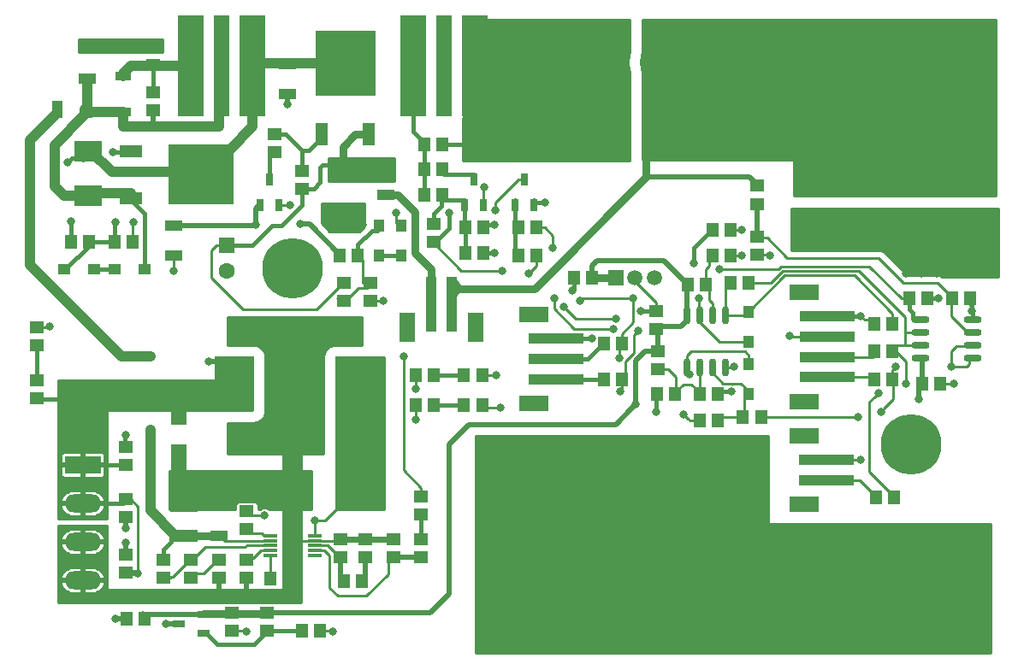
<source format=gbr>
%TF.GenerationSoftware,KiCad,Pcbnew,(5.1.4)-1*%
%TF.CreationDate,2021-05-17T23:16:03+08:00*%
%TF.ProjectId,power,706f7765-722e-46b6-9963-61645f706362,rev?*%
%TF.SameCoordinates,Original*%
%TF.FileFunction,Copper,L1,Top*%
%TF.FilePolarity,Positive*%
%FSLAX46Y46*%
G04 Gerber Fmt 4.6, Leading zero omitted, Abs format (unit mm)*
G04 Created by KiCad (PCBNEW (5.1.4)-1) date 2021-05-17 23:16:03*
%MOMM*%
%LPD*%
G04 APERTURE LIST*
%ADD10C,0.254000*%
%ADD11R,1.160000X1.470000*%
%ADD12R,1.500000X0.900000*%
%ADD13R,2.743000X2.159000*%
%ADD14R,1.800000X1.130000*%
%ADD15R,1.130000X1.800000*%
%ADD16R,1.600000X3.000000*%
%ADD17R,1.000000X5.500000*%
%ADD18R,3.810000X2.794000*%
%ADD19R,3.000000X1.600000*%
%ADD20R,5.500000X1.000000*%
%ADD21C,1.600000*%
%ADD22R,1.600000X1.600000*%
%ADD23R,1.250000X0.700000*%
%ADD24R,2.500000X10.000000*%
%ADD25R,1.600000X10.000000*%
%ADD26O,9.000000X6.000000*%
%ADD27R,1.500000X1.500000*%
%ADD28C,1.500000*%
%ADD29C,0.800000*%
%ADD30C,0.800000*%
%ADD31R,1.650000X2.380000*%
%ADD32R,1.450000X0.300000*%
%ADD33O,1.800000X0.700000*%
%ADD34O,0.700000X1.800000*%
%ADD35C,6.000000*%
%ADD36R,1.470000X1.160000*%
%ADD37R,0.700000X1.250000*%
%ADD38R,2.200000X1.200000*%
%ADD39R,6.499990X6.000000*%
%ADD40R,1.200000X2.200000*%
%ADD41R,6.000000X6.499990*%
%ADD42R,3.900000X5.400000*%
%ADD43O,3.600000X1.800000*%
%ADD44R,3.600000X1.800000*%
%ADD45R,11.000000X8.000000*%
%ADD46R,8.000000X11.000000*%
%ADD47R,1.000000X1.250000*%
%ADD48R,1.250000X1.000000*%
%ADD49R,2.794000X3.810000*%
%ADD50C,2.000000*%
%ADD51R,2.000000X2.000000*%
%ADD52R,1.600000X3.500000*%
%ADD53R,2.720000X1.160000*%
%ADD54C,0.381000*%
%ADD55C,0.508000*%
%ADD56C,0.762000*%
%ADD57C,0.228600*%
%ADD58C,1.016000*%
%ADD59C,0.350000*%
%ADD60O,6.000000X2.000000*%
G04 APERTURE END LIST*
D10*
X43500000Y-73000000D02*
X42250000Y-73000000D01*
D11*
X91140000Y-61135011D03*
X89360000Y-61135011D03*
X108390000Y-51500000D03*
X106610000Y-51500000D03*
X114310000Y-49000000D03*
X116090000Y-49000000D03*
D12*
X32250000Y-30500000D03*
X32250000Y-27000000D03*
D13*
X28800000Y-34390000D03*
X28800000Y-38810000D03*
D14*
X28750000Y-24260000D03*
X28750000Y-27240000D03*
D15*
X25760000Y-30250000D03*
X28740000Y-30250000D03*
D16*
X60350000Y-51875000D03*
X67150000Y-51875000D03*
D17*
X62750000Y-49625000D03*
X64750000Y-49625000D03*
D18*
X114250000Y-37181500D03*
X114250000Y-44318500D03*
D19*
X72875000Y-50600000D03*
X72875000Y-59400000D03*
D20*
X75125000Y-53000000D03*
X75125000Y-55000000D03*
X75125000Y-57000000D03*
D19*
X99625000Y-62600000D03*
X99625000Y-69400000D03*
D20*
X101875000Y-65000000D03*
X101875000Y-67000000D03*
D19*
X99675000Y-48400000D03*
X99675000Y-59200000D03*
D20*
X101925000Y-50800000D03*
X101925000Y-52800000D03*
X101925000Y-54800000D03*
X101925000Y-56800000D03*
D21*
X42500000Y-46250000D03*
D22*
X42500000Y-43750000D03*
D23*
X37750000Y-81250000D03*
X40250000Y-80300000D03*
X40250000Y-82200000D03*
D24*
X45050000Y-26000000D03*
D25*
X42000000Y-26000000D03*
D24*
X38950000Y-26000000D03*
D26*
X77910000Y-25600000D03*
X87910000Y-25600000D03*
D27*
X81000000Y-47000000D03*
D28*
X84820000Y-47000000D03*
X82910000Y-47000000D03*
D29*
X81860000Y-24970000D03*
D30*
X81860000Y-24970000D02*
X81860000Y-24970000D01*
D29*
X81860000Y-26230000D03*
D30*
X81860000Y-26230000D02*
X81860000Y-26230000D01*
D29*
X81110000Y-27260000D03*
X81110000Y-23940000D03*
X73960000Y-24970000D03*
X73960000Y-26230000D03*
X74710000Y-27260000D03*
X74710000Y-23940000D03*
X78580000Y-27650000D03*
X77240000Y-27650000D03*
X79910000Y-27650000D03*
X75910000Y-27650000D03*
X78580000Y-23550000D03*
X77240000Y-23550000D03*
X75910000Y-23550000D03*
X79910000Y-23550000D03*
X84710000Y-27260000D03*
X84710000Y-23940000D03*
X83960000Y-26230000D03*
D30*
X83960000Y-26230000D02*
X83960000Y-26230000D01*
D29*
X83960000Y-24970000D03*
D30*
X83960000Y-24970000D02*
X83960000Y-24970000D01*
D29*
X91110000Y-27260000D03*
X91110000Y-23940000D03*
X91860000Y-24970000D03*
X89910000Y-27650000D03*
X88580000Y-27650000D03*
X87240000Y-27650000D03*
X85910000Y-27650000D03*
X89910000Y-23550000D03*
X88580000Y-23550000D03*
X87240000Y-23550000D03*
X85910000Y-23550000D03*
X91860000Y-26230000D03*
D31*
X49000000Y-73500000D03*
D32*
X51200000Y-72500000D03*
X51200000Y-73000000D03*
X51200000Y-73500000D03*
X51200000Y-74000000D03*
X46800000Y-74500000D03*
X46800000Y-74000000D03*
X46800000Y-73500000D03*
X46800000Y-73000000D03*
X51200000Y-74500000D03*
X46800000Y-72500000D03*
D33*
X111150000Y-54905000D03*
X111150000Y-53635000D03*
X111150000Y-52365000D03*
X111150000Y-51095000D03*
X116350000Y-51095000D03*
X116350000Y-52365000D03*
X116350000Y-53635000D03*
X116350000Y-54905000D03*
D34*
X88045000Y-50650000D03*
X89315000Y-50650000D03*
X90585000Y-50650000D03*
X91855000Y-50650000D03*
X91855000Y-55850000D03*
X90585000Y-55850000D03*
X89315000Y-55850000D03*
X88045000Y-55850000D03*
D29*
X112306810Y-62312500D03*
X112306810Y-64687500D03*
X110250000Y-65875000D03*
X108193190Y-64687500D03*
X108193190Y-62312500D03*
X110250000Y-61125000D03*
D35*
X110250000Y-63500000D03*
D29*
X51056810Y-44812500D03*
X51056810Y-47187500D03*
X49000000Y-48375000D03*
X46943190Y-47187500D03*
X46943190Y-44812500D03*
X49000000Y-43625000D03*
D35*
X49000000Y-46000000D03*
D36*
X23750000Y-51860000D03*
X23750000Y-53640000D03*
D11*
X51780000Y-81890000D03*
X50000000Y-81890000D03*
D36*
X46500000Y-81890000D03*
X46500000Y-80110000D03*
D11*
X34390000Y-80750000D03*
X32610000Y-80750000D03*
X92360000Y-47500000D03*
X94140000Y-47500000D03*
X93610000Y-60750000D03*
X95390000Y-60750000D03*
X89360000Y-58500000D03*
X91140000Y-58500000D03*
D36*
X85200000Y-54220000D03*
X85200000Y-56000000D03*
D11*
X90610000Y-44750000D03*
X92390000Y-44750000D03*
X88110000Y-47600000D03*
X89890000Y-47600000D03*
X63040000Y-59600000D03*
X61260000Y-59600000D03*
X63040000Y-56600000D03*
X61260000Y-56600000D03*
X71360000Y-42000000D03*
X73140000Y-42000000D03*
X71360000Y-44750000D03*
X73140000Y-44750000D03*
X79860000Y-53500000D03*
X81640000Y-53500000D03*
X79860000Y-57000000D03*
X81640000Y-57000000D03*
X106750000Y-68750000D03*
X108530000Y-68750000D03*
D36*
X35250000Y-30390000D03*
X35250000Y-28610000D03*
X35250000Y-24110000D03*
X35250000Y-25890000D03*
D11*
X33180000Y-43400000D03*
X31400000Y-43400000D03*
X28890000Y-43400000D03*
X27110000Y-43400000D03*
D36*
X56700000Y-49290000D03*
X56700000Y-47510000D03*
X41750000Y-76640000D03*
X41750000Y-74860000D03*
X54100000Y-49290000D03*
X54100000Y-47510000D03*
X59000000Y-72860000D03*
X59000000Y-74640000D03*
X61750000Y-74640000D03*
X61750000Y-72860000D03*
X61750000Y-70390000D03*
X61750000Y-68610000D03*
D11*
X53710000Y-44800000D03*
X55490000Y-44800000D03*
X48640000Y-76750000D03*
X46860000Y-76750000D03*
X55890000Y-77000000D03*
X54110000Y-77000000D03*
D36*
X47250000Y-34500000D03*
X47250000Y-32720000D03*
X50000000Y-36360000D03*
X50000000Y-38140000D03*
X39000000Y-76640000D03*
X39000000Y-74860000D03*
X36250000Y-76640000D03*
X36250000Y-74860000D03*
D11*
X106610000Y-54250000D03*
X108390000Y-54250000D03*
X106610000Y-57000000D03*
X108390000Y-57000000D03*
X63890000Y-36250000D03*
X62110000Y-36250000D03*
X66110000Y-44500000D03*
X67890000Y-44500000D03*
X63890000Y-38750000D03*
X62110000Y-38750000D03*
X62110000Y-33750000D03*
X63890000Y-33750000D03*
D36*
X63000000Y-43390000D03*
X63000000Y-41610000D03*
X95000000Y-44640000D03*
X95000000Y-42860000D03*
X95000000Y-39640000D03*
X95000000Y-37860000D03*
D37*
X72000000Y-37250000D03*
X72950000Y-39750000D03*
X71050000Y-39750000D03*
D38*
X33004170Y-39111270D03*
D39*
X40000000Y-36749980D03*
D38*
X33000000Y-34388720D03*
D37*
X46750000Y-37250000D03*
X47700000Y-39750000D03*
X45800000Y-39750000D03*
D40*
X56611290Y-32745830D03*
D41*
X54250000Y-25750000D03*
D40*
X51888740Y-32750000D03*
D24*
X67050000Y-26000000D03*
D25*
X64000000Y-26000000D03*
D24*
X60950000Y-26000000D03*
D37*
X67000000Y-37250000D03*
X67950000Y-39750000D03*
X66050000Y-39750000D03*
D42*
X55250000Y-57500000D03*
X43250000Y-57500000D03*
D43*
X28250000Y-76930000D03*
X28250000Y-73120000D03*
X28250000Y-69310000D03*
D44*
X28250000Y-65500000D03*
D45*
X73600000Y-68000000D03*
X73600000Y-78000000D03*
X88750000Y-68000000D03*
X88750000Y-78000000D03*
D46*
X113000000Y-28000000D03*
X103000000Y-28000000D03*
X112000000Y-77750000D03*
X102000000Y-77750000D03*
D14*
X58250000Y-35760000D03*
X58250000Y-38740000D03*
D36*
X23750000Y-58890000D03*
X23750000Y-57110000D03*
D47*
X94200000Y-55525000D03*
X94200000Y-58475000D03*
X94200000Y-53275000D03*
X94200000Y-50325000D03*
D11*
X67790000Y-59600000D03*
X66010000Y-59600000D03*
X67789999Y-56600000D03*
X66009999Y-56600000D03*
D48*
X34375000Y-46150000D03*
X31425000Y-46150000D03*
X29374999Y-46150000D03*
X26424999Y-46150000D03*
D47*
X59750000Y-44725000D03*
X59750000Y-41775000D03*
X57600000Y-41775000D03*
X57600000Y-44725000D03*
D49*
X56568500Y-68000000D03*
X49431500Y-68000000D03*
D13*
X54000000Y-36290000D03*
X54000000Y-40710000D03*
D36*
X32500000Y-68860000D03*
X32500000Y-70640000D03*
X32500000Y-65490000D03*
X32500000Y-63710000D03*
D11*
X110110000Y-49000000D03*
X111890000Y-49000000D03*
X86890000Y-58500000D03*
X85110000Y-58500000D03*
D36*
X85000000Y-52030000D03*
X85000000Y-50250000D03*
D14*
X48500000Y-28740000D03*
X48500000Y-25760000D03*
D11*
X111360000Y-57500000D03*
X113140000Y-57500000D03*
D50*
X103250000Y-42750000D03*
D51*
X103250000Y-37750000D03*
D11*
X90610000Y-42250000D03*
X92390000Y-42250000D03*
D36*
X32500000Y-74360000D03*
X32500000Y-76140000D03*
D52*
X37750000Y-65200000D03*
X37750000Y-59800000D03*
D36*
X44500000Y-71890000D03*
X44500000Y-70110000D03*
X44500000Y-76640000D03*
X44500000Y-74860000D03*
X56250000Y-72860000D03*
X56250000Y-74640000D03*
X53750000Y-72860000D03*
X53750000Y-74640000D03*
D11*
X78640000Y-47000000D03*
X76860000Y-47000000D03*
D14*
X37250000Y-44740000D03*
X37250000Y-41760000D03*
D53*
X38250000Y-69550000D03*
X38250000Y-72500000D03*
D14*
X41750000Y-69510000D03*
X41750000Y-72490000D03*
D36*
X43000000Y-81890000D03*
X43000000Y-80110000D03*
D11*
X66110000Y-42000000D03*
X67890000Y-42000000D03*
D29*
X115470000Y-31910000D03*
X112930000Y-31910000D03*
X110390000Y-31910000D03*
X105310000Y-31910000D03*
X102770000Y-31910000D03*
X100230000Y-31910000D03*
X100230000Y-29370000D03*
X102770000Y-29370000D03*
X105310000Y-29370000D03*
X112930000Y-29370000D03*
X110390000Y-29370000D03*
X115470000Y-29370000D03*
X115470000Y-26830000D03*
X112930000Y-26830000D03*
X110390000Y-26830000D03*
X105310000Y-26830000D03*
X102770000Y-26830000D03*
X100230000Y-26830000D03*
X100230000Y-24290000D03*
X102770000Y-24290000D03*
X105310000Y-24290000D03*
X110390000Y-24290000D03*
X112930000Y-24290000D03*
X115470000Y-24290000D03*
X49500000Y-72500000D03*
X49500000Y-73500000D03*
X49500000Y-74500000D03*
X48500000Y-74500000D03*
X48500000Y-73500000D03*
X48500000Y-72500000D03*
X105250000Y-50750000D03*
X116250000Y-50250000D03*
X111250000Y-46500000D03*
X112750000Y-46500000D03*
X114250000Y-46500000D03*
X116750000Y-46500000D03*
X118250000Y-46500000D03*
X118250000Y-45000000D03*
X118250000Y-43250000D03*
X109750000Y-45000000D03*
X109750000Y-43250000D03*
X109750000Y-41750000D03*
X109750000Y-40500000D03*
X118250000Y-40500000D03*
X118250000Y-41750000D03*
X109750000Y-46500000D03*
X111250000Y-45000000D03*
X116750000Y-45000000D03*
X115500000Y-46500000D03*
X111250000Y-43250000D03*
X111250000Y-41750000D03*
X112750000Y-41750000D03*
X114250000Y-41750000D03*
X115500000Y-41750000D03*
X116750000Y-41750000D03*
X116750000Y-40500000D03*
X115500000Y-40500000D03*
X114250000Y-40500000D03*
X112750000Y-40500000D03*
X111250000Y-40500000D03*
X116750000Y-43250000D03*
X96250000Y-44750000D03*
X93500000Y-42250000D03*
X93500000Y-44750000D03*
X105250000Y-65000000D03*
X114500000Y-57500000D03*
X92500000Y-58250000D03*
X85000000Y-60250000D03*
X83500000Y-50250000D03*
X78676702Y-53000000D03*
X76750000Y-48250000D03*
X69000000Y-44500000D03*
X69000000Y-41750000D03*
X68000000Y-38000000D03*
X59250000Y-40500000D03*
X48750000Y-39750000D03*
X33250000Y-41500000D03*
X25000000Y-51750000D03*
X58000000Y-49250000D03*
X92750000Y-55750000D03*
X36500000Y-81250000D03*
X44500000Y-82000000D03*
X53000000Y-82000000D03*
X113000000Y-49000000D03*
X32500000Y-62500000D03*
X32500000Y-71750000D03*
X32500000Y-73250000D03*
X61250000Y-61000000D03*
X61250000Y-57999998D03*
X48500000Y-75500000D03*
X49500000Y-75500000D03*
X67750000Y-63250000D03*
X70290000Y-63250000D03*
X72830000Y-63250000D03*
X75370000Y-63250000D03*
X77910000Y-63250000D03*
X80450000Y-63250000D03*
X82990000Y-63250000D03*
X85530000Y-63250000D03*
X88070000Y-63250000D03*
X90610000Y-63250000D03*
X93150000Y-63250000D03*
X95690000Y-63250000D03*
X67750000Y-65790000D03*
X70290000Y-65790000D03*
X72830000Y-65790000D03*
X75370000Y-65790000D03*
X77910000Y-65790000D03*
X80450000Y-65790000D03*
X82990000Y-65790000D03*
X85530000Y-65790000D03*
X88070000Y-65790000D03*
X90610000Y-65790000D03*
X93150000Y-65790000D03*
X95690000Y-65790000D03*
X67750000Y-68330000D03*
X70290000Y-68330000D03*
X72830000Y-68330000D03*
X75370000Y-68330000D03*
X77910000Y-68330000D03*
X80450000Y-68330000D03*
X82990000Y-68330000D03*
X85530000Y-68330000D03*
X88070000Y-68330000D03*
X90610000Y-68330000D03*
X93150000Y-68330000D03*
X95690000Y-68330000D03*
X67750000Y-70870000D03*
X70290000Y-70870000D03*
X72830000Y-70870000D03*
X75370000Y-70870000D03*
X77910000Y-70870000D03*
X80450000Y-70870000D03*
X82990000Y-70870000D03*
X85530000Y-70870000D03*
X88070000Y-70870000D03*
X90610000Y-70870000D03*
X93150000Y-70870000D03*
X95690000Y-70870000D03*
X67750000Y-73410000D03*
X70290000Y-73410000D03*
X72830000Y-73410000D03*
X75370000Y-73410000D03*
X77910000Y-73410000D03*
X80450000Y-73410000D03*
X82990000Y-73410000D03*
X85530000Y-73410000D03*
X88070000Y-73410000D03*
X90610000Y-73410000D03*
X93150000Y-73410000D03*
X95690000Y-73410000D03*
X67750000Y-75950000D03*
X70290000Y-75950000D03*
X72830000Y-75950000D03*
X75370000Y-75950000D03*
X77910000Y-75950000D03*
X80450000Y-75950000D03*
X82990000Y-75950000D03*
X85530000Y-75950000D03*
X88070000Y-75950000D03*
X90610000Y-75950000D03*
X93150000Y-75950000D03*
X95690000Y-75950000D03*
X67750000Y-78490000D03*
X70290000Y-78490000D03*
X72830000Y-78490000D03*
X75370000Y-78490000D03*
X77910000Y-78490000D03*
X80450000Y-78490000D03*
X82990000Y-78490000D03*
X85530000Y-78490000D03*
X88070000Y-78490000D03*
X90610000Y-78490000D03*
X93150000Y-78490000D03*
X95690000Y-78490000D03*
X67750000Y-81030000D03*
X70290000Y-81030000D03*
X72830000Y-81030000D03*
X75370000Y-81030000D03*
X77910000Y-81030000D03*
X80450000Y-81030000D03*
X82990000Y-81030000D03*
X85530000Y-81030000D03*
X88070000Y-81030000D03*
X90610000Y-81030000D03*
X93150000Y-81030000D03*
X95690000Y-81030000D03*
X67750000Y-83570000D03*
X70290000Y-83570000D03*
X72830000Y-83570000D03*
X75370000Y-83570000D03*
X77910000Y-83570000D03*
X80450000Y-83570000D03*
X82990000Y-83570000D03*
X85530000Y-83570000D03*
X88070000Y-83570000D03*
X90610000Y-83570000D03*
X93150000Y-83570000D03*
X95690000Y-83570000D03*
X97000000Y-72000000D03*
X99540000Y-72000000D03*
X102080000Y-72000000D03*
X104620000Y-72000000D03*
X107160000Y-72000000D03*
X109700000Y-72000000D03*
X112240000Y-72000000D03*
X114780000Y-72000000D03*
X117320000Y-72000000D03*
X97000000Y-74540000D03*
X99540000Y-74540000D03*
X102080000Y-74540000D03*
X104620000Y-74540000D03*
X107160000Y-74540000D03*
X109700000Y-74540000D03*
X112240000Y-74540000D03*
X114780000Y-74540000D03*
X117320000Y-74540000D03*
X97000000Y-77080000D03*
X99540000Y-77080000D03*
X102080000Y-77080000D03*
X104620000Y-77080000D03*
X107160000Y-77080000D03*
X109700000Y-77080000D03*
X112240000Y-77080000D03*
X114780000Y-77080000D03*
X117320000Y-77080000D03*
X97000000Y-79620000D03*
X99540000Y-79620000D03*
X102080000Y-79620000D03*
X104620000Y-79620000D03*
X107160000Y-79620000D03*
X109700000Y-79620000D03*
X112240000Y-79620000D03*
X114780000Y-79620000D03*
X117320000Y-79620000D03*
X97000000Y-82160000D03*
X99540000Y-82160000D03*
X102080000Y-82160000D03*
X104620000Y-82160000D03*
X107160000Y-82160000D03*
X109700000Y-82160000D03*
X112240000Y-82160000D03*
X114780000Y-82160000D03*
X117320000Y-82160000D03*
X37250000Y-46250000D03*
X48500000Y-29750000D03*
X33500000Y-24000002D03*
X32500000Y-24000000D03*
X31500000Y-24000000D03*
X30500000Y-24000000D03*
X53000000Y-42000000D03*
X54000000Y-42000000D03*
X55000000Y-42000000D03*
X56000000Y-41750000D03*
X52250000Y-41500000D03*
X87749990Y-60500000D03*
X74000000Y-39500008D03*
X83000004Y-59499996D03*
X111000000Y-59000008D03*
X46250000Y-70500000D03*
X51250000Y-70999994D03*
X60000000Y-54749994D03*
X40750000Y-55249998D03*
X33750000Y-76250018D03*
X31500000Y-80750000D03*
X84990000Y-21750000D03*
X87530000Y-21750000D03*
X90070000Y-21750000D03*
X90070000Y-21750000D03*
X92610000Y-21750000D03*
X95150000Y-21750000D03*
X97690000Y-21750000D03*
X100230000Y-21750000D03*
X102770000Y-21750000D03*
X105310000Y-21750000D03*
X107850000Y-21750000D03*
X110390000Y-21750000D03*
X112930000Y-21750000D03*
X115470000Y-21750000D03*
X118010000Y-21750000D03*
X118010000Y-24290000D03*
X107850000Y-24290000D03*
X97690000Y-24290000D03*
X95150000Y-24290000D03*
X92610000Y-24290000D03*
X92610000Y-26830000D03*
X95150000Y-26830000D03*
X97690000Y-26830000D03*
X107850000Y-26830000D03*
X118010000Y-26830000D03*
X118010000Y-29370000D03*
X107850000Y-29370000D03*
X97690000Y-29370000D03*
X95150000Y-29370000D03*
X92610000Y-29370000D03*
X90070000Y-29370000D03*
X87530000Y-29370000D03*
X84990000Y-29370000D03*
X84990000Y-31910000D03*
X87530000Y-31910000D03*
X90070000Y-31910000D03*
X92610000Y-31910000D03*
X95150000Y-31910000D03*
X97690000Y-31910000D03*
X107850000Y-31910000D03*
X118010000Y-31910000D03*
X118010000Y-34450000D03*
X110390000Y-34450000D03*
X112930000Y-34450000D03*
X115470000Y-34450000D03*
X107850000Y-34450000D03*
X105310000Y-34450000D03*
X102770000Y-34450000D03*
X100230000Y-34450000D03*
X97690000Y-34450000D03*
X95150000Y-34450000D03*
X90070000Y-34450000D03*
X92610000Y-34450000D03*
X87530000Y-34450000D03*
X84990000Y-34450000D03*
X100230000Y-36990000D03*
X105310000Y-36990000D03*
X107850000Y-36990000D03*
X110390000Y-36990000D03*
X118010000Y-36990000D03*
X64500000Y-40500000D03*
X69100000Y-40300000D03*
X98250000Y-52750000D03*
X69750000Y-46250000D03*
X81067240Y-51048269D03*
X75883716Y-49881701D03*
X109750000Y-57499996D03*
X107000000Y-58392790D03*
X108750000Y-55750000D03*
X114250000Y-55750000D03*
X105000000Y-60750000D03*
X107250000Y-60250000D03*
X88750000Y-45500000D03*
X91259805Y-46084165D03*
X35000000Y-63000000D03*
X35000000Y-54750000D03*
X34000000Y-54750000D03*
X33000000Y-54750000D03*
X35000000Y-62000000D03*
X35000000Y-64000000D03*
X45400000Y-41700000D03*
X49764658Y-41666938D03*
X26750000Y-35500000D03*
X27110004Y-41360004D03*
X31500000Y-41500000D03*
X31250000Y-34500000D03*
X82750000Y-49000000D03*
X89250000Y-49000000D03*
X74750000Y-44000000D03*
X77500000Y-49250006D03*
X81346883Y-54923434D03*
X69200002Y-56600000D03*
X81500000Y-58250000D03*
X72379000Y-46500000D03*
X80750000Y-52000000D03*
X83250000Y-52250000D03*
X74948396Y-48981069D03*
X69600000Y-59800000D03*
X88340492Y-56535589D03*
X69750000Y-21750000D03*
X69750000Y-24290000D03*
X69750000Y-26830000D03*
X69750000Y-29370000D03*
X69750000Y-31910000D03*
X69750000Y-34450000D03*
X72290000Y-34450000D03*
X72290000Y-31910000D03*
X72290000Y-29370000D03*
X72290000Y-26830000D03*
X72290000Y-24290000D03*
X72290000Y-21750000D03*
X74830000Y-21750000D03*
X74830000Y-29370000D03*
X74830000Y-31910000D03*
X74830000Y-34450000D03*
X77370000Y-34450000D03*
X77370000Y-31910000D03*
X77370000Y-29370000D03*
X79910000Y-29370000D03*
X79910000Y-31910000D03*
X79910000Y-34450000D03*
X77370000Y-21750000D03*
X79910000Y-21750000D03*
X67210000Y-34450000D03*
X67210000Y-31910000D03*
D54*
X65319000Y-39250000D02*
X63750000Y-39250000D01*
X66050000Y-39250000D02*
X65319000Y-39250000D01*
X66050000Y-41700000D02*
X66000000Y-41750000D01*
X66050000Y-39250000D02*
X66050000Y-41700000D01*
X66110000Y-41750000D02*
X66110000Y-44250000D01*
X63000000Y-40649000D02*
X63800000Y-39849000D01*
X63000000Y-41610000D02*
X63000000Y-40649000D01*
X63800000Y-39849000D02*
X63800000Y-38800000D01*
X101925000Y-50800000D02*
X105200000Y-50800000D01*
X105200000Y-50800000D02*
X105250000Y-50750000D01*
X116350000Y-51095000D02*
X116350000Y-50350000D01*
X116350000Y-50350000D02*
X116250000Y-50250000D01*
D10*
X95000000Y-44640000D02*
X96140000Y-44640000D01*
X96140000Y-44640000D02*
X96250000Y-44750000D01*
X92390000Y-42250000D02*
X93500000Y-42250000D01*
X92390000Y-44750000D02*
X93500000Y-44750000D01*
X101875000Y-65000000D02*
X105250000Y-65000000D01*
X113140000Y-57500000D02*
X114500000Y-57500000D01*
X91140000Y-58500000D02*
X91250000Y-58500000D01*
X91250000Y-58500000D02*
X91500000Y-58250000D01*
X91500000Y-58250000D02*
X92500000Y-58250000D01*
X85000000Y-49416000D02*
X82750000Y-47166000D01*
X85000000Y-50250000D02*
X85000000Y-49416000D01*
X85110000Y-58500000D02*
X85110000Y-60140000D01*
X85110000Y-60140000D02*
X85000000Y-60250000D01*
X85000000Y-50250000D02*
X83500000Y-50250000D01*
D54*
X83500000Y-50250000D02*
X84750000Y-50250000D01*
X92500000Y-58250000D02*
X91250000Y-58250000D01*
X85000000Y-60250000D02*
X85000000Y-59684315D01*
X85000000Y-59684315D02*
X85000000Y-58750000D01*
X75125000Y-53000000D02*
X78676702Y-53000000D01*
X76860000Y-47000000D02*
X76860000Y-48140000D01*
X76860000Y-48140000D02*
X76750000Y-48250000D01*
X67890000Y-44500000D02*
X69000000Y-44500000D01*
X67890000Y-41750000D02*
X69000000Y-41750000D01*
D10*
X67950000Y-39250000D02*
X67950000Y-38050000D01*
X67950000Y-38050000D02*
X68000000Y-38000000D01*
X59750000Y-41775000D02*
X59525000Y-41775000D01*
X59525000Y-41775000D02*
X59250000Y-41500000D01*
X59250000Y-41500000D02*
X59250000Y-40500000D01*
X47700000Y-39750000D02*
X48750000Y-39750000D01*
X33180000Y-43400000D02*
X33180000Y-41570000D01*
X33180000Y-41570000D02*
X33250000Y-41500000D01*
X23750000Y-51860000D02*
X24890000Y-51860000D01*
X24890000Y-51860000D02*
X25000000Y-51750000D01*
X57960000Y-49290000D02*
X58000000Y-49250000D01*
X56700000Y-49290000D02*
X57960000Y-49290000D01*
X91855000Y-55850000D02*
X92650000Y-55850000D01*
X92650000Y-55850000D02*
X92750000Y-55750000D01*
X43000000Y-81890000D02*
X44390000Y-81890000D01*
X44390000Y-81890000D02*
X44500000Y-82000000D01*
X51780000Y-81890000D02*
X52890000Y-81890000D01*
X52890000Y-81890000D02*
X53000000Y-82000000D01*
X116250000Y-50250000D02*
X116250000Y-49050000D01*
D54*
X116250000Y-49684315D02*
X116200000Y-49634315D01*
X116250000Y-50250000D02*
X116250000Y-49684315D01*
X111890000Y-49000000D02*
X113000000Y-49000000D01*
D10*
X51200000Y-73000000D02*
X53500000Y-73000000D01*
X51200000Y-73000000D02*
X59000000Y-73000000D01*
D54*
X32400000Y-63710000D02*
X32400000Y-62600000D01*
X32400000Y-62600000D02*
X32500000Y-62500000D01*
X41750000Y-76640000D02*
X41750000Y-77601000D01*
X44500000Y-76640000D02*
X44500000Y-77750000D01*
D55*
X44500000Y-76640000D02*
X44500000Y-78000000D01*
X41750000Y-76640000D02*
X41750000Y-78250000D01*
X44500000Y-76640000D02*
X44500000Y-78250000D01*
X32500000Y-70640000D02*
X32500000Y-71750000D01*
X32500000Y-74360000D02*
X32500000Y-73250000D01*
X37750000Y-81250000D02*
X36500000Y-81250000D01*
X53750000Y-72860000D02*
X59000000Y-72860000D01*
D10*
X61260000Y-59600000D02*
X61260000Y-60990000D01*
X61260000Y-60990000D02*
X61250000Y-61000000D01*
X61260000Y-57989998D02*
X61250000Y-57999998D01*
X61260000Y-56600000D02*
X61260000Y-57989998D01*
X51200000Y-73000000D02*
X49750000Y-73000000D01*
X37250000Y-44740000D02*
X37250000Y-46250000D01*
X48500000Y-28740000D02*
X48500000Y-29750000D01*
D55*
X48500000Y-29750000D02*
X48500000Y-28750000D01*
X33609998Y-24110000D02*
X33500000Y-24000002D01*
X35250000Y-24110000D02*
X33609998Y-24110000D01*
X37750000Y-67458000D02*
X38000000Y-67708000D01*
X37750000Y-65200000D02*
X37750000Y-67458000D01*
D10*
X105649999Y-51149999D02*
X106100001Y-51149999D01*
X105250000Y-50750000D02*
X105649999Y-51149999D01*
X106100001Y-51149999D02*
X106200002Y-51250000D01*
X106200002Y-51250000D02*
X106250000Y-51250000D01*
X88149989Y-60899999D02*
X87749990Y-60500000D01*
X88385001Y-61135011D02*
X88149989Y-60899999D01*
X89360000Y-61135011D02*
X88385001Y-61135011D01*
D54*
X72950000Y-39250000D02*
X73200008Y-39500008D01*
X73434315Y-39500008D02*
X74000000Y-39500008D01*
X73200008Y-39500008D02*
X73434315Y-39500008D01*
X78640000Y-47000000D02*
X81000000Y-47000000D01*
D56*
X81000000Y-47000000D02*
X79488000Y-47000000D01*
X79488000Y-47000000D02*
X78500000Y-47000000D01*
X40250000Y-80250000D02*
X46000000Y-80250000D01*
X46000000Y-80250000D02*
X46250000Y-80000000D01*
D55*
X85200000Y-54220000D02*
X85200000Y-51800000D01*
X85200000Y-51800000D02*
X87450000Y-51800000D01*
X87450000Y-51800000D02*
X88000000Y-51250000D01*
X88045000Y-50650000D02*
X88045000Y-47795000D01*
X88045000Y-47795000D02*
X88000000Y-47750000D01*
X85750000Y-45250000D02*
X88000000Y-47500000D01*
X79147000Y-45250000D02*
X85750000Y-45250000D01*
X78640000Y-45757000D02*
X79147000Y-45250000D01*
X78640000Y-47000000D02*
X78640000Y-45757000D01*
X111360000Y-57500000D02*
X111360000Y-55000000D01*
X111360000Y-55000000D02*
X111250000Y-55000000D01*
X66500000Y-61500000D02*
X81000000Y-61500000D01*
X64500000Y-78250000D02*
X64500000Y-63500000D01*
X81000000Y-61500000D02*
X82600005Y-59899995D01*
X82600005Y-59899995D02*
X83000004Y-59499996D01*
X62640000Y-80110000D02*
X64500000Y-78250000D01*
X64500000Y-63500000D02*
X66500000Y-61500000D01*
X46500000Y-80110000D02*
X62640000Y-80110000D01*
X83000004Y-55176996D02*
X83000004Y-58934311D01*
X83000004Y-58934311D02*
X83000004Y-59499996D01*
X85200000Y-54220000D02*
X83957000Y-54220000D01*
X83957000Y-54220000D02*
X83000004Y-55176996D01*
X111000000Y-57750000D02*
X111000000Y-59000008D01*
X40250000Y-80300000D02*
X34300000Y-80300000D01*
X34300000Y-80300000D02*
X34250000Y-80250000D01*
X53750000Y-74640000D02*
X53750000Y-75728000D01*
X53750000Y-75728000D02*
X53750000Y-76750000D01*
D10*
X51200000Y-73500000D02*
X52500000Y-73500000D01*
X52500000Y-73500000D02*
X53250000Y-74250000D01*
D55*
X56250000Y-74640000D02*
X56250000Y-76750000D01*
D10*
X45896601Y-74000000D02*
X45146601Y-74750000D01*
X45146601Y-74750000D02*
X44750000Y-74750000D01*
X46800000Y-74000000D02*
X45896601Y-74000000D01*
X46800000Y-72500000D02*
X46250000Y-72500000D01*
X46250000Y-72500000D02*
X46000000Y-72250000D01*
X46000000Y-72250000D02*
X44750000Y-72250000D01*
X44500000Y-70110000D02*
X44610000Y-70110000D01*
X44610000Y-70110000D02*
X45000000Y-70500000D01*
X45000000Y-70500000D02*
X46250000Y-70500000D01*
X51250000Y-70999994D02*
X51250000Y-72500000D01*
X51250000Y-70999994D02*
X52250006Y-70999994D01*
X52250006Y-70999994D02*
X53500000Y-69750000D01*
D54*
X23720000Y-59000000D02*
X29250000Y-59000000D01*
X28250000Y-65500000D02*
X32250000Y-65500000D01*
X28250000Y-69310000D02*
X32310000Y-69310000D01*
D10*
X60000000Y-66026000D02*
X60000000Y-55315679D01*
X61750000Y-68610000D02*
X61750000Y-67776000D01*
X60000000Y-55315679D02*
X60000000Y-54749994D01*
X61750000Y-67776000D02*
X60000000Y-66026000D01*
X41750006Y-55249994D02*
X41750002Y-55249998D01*
X41315685Y-55249998D02*
X40750000Y-55249998D01*
X41750002Y-55249998D02*
X41315685Y-55249998D01*
D55*
X40750000Y-55249998D02*
X41499998Y-55249998D01*
X32500000Y-76140000D02*
X33743000Y-76140000D01*
X33750000Y-76147000D02*
X33750000Y-76250018D01*
X33743000Y-76140000D02*
X33750000Y-76147000D01*
X32750000Y-80750000D02*
X31500000Y-80750000D01*
X33750000Y-76250018D02*
X32750018Y-76250018D01*
D10*
X33750000Y-69660598D02*
X33089402Y-69000000D01*
X33750000Y-76250018D02*
X33750000Y-69660598D01*
D54*
X55490000Y-43684000D02*
X56874000Y-42300000D01*
X55490000Y-44800000D02*
X55490000Y-43684000D01*
X56874000Y-42300000D02*
X57400000Y-42300000D01*
D10*
X54555000Y-49000000D02*
X53400000Y-49000000D01*
D57*
X54255000Y-49290000D02*
X55545000Y-48000000D01*
X54100000Y-49290000D02*
X54255000Y-49290000D01*
X55545000Y-48000000D02*
X56500000Y-48000000D01*
X55490000Y-44800000D02*
X55550000Y-44800000D01*
X55550000Y-44800000D02*
X56000000Y-45250000D01*
X55490000Y-44800000D02*
X55800000Y-44800000D01*
X56000000Y-46500000D02*
X56000000Y-47000000D01*
X56000000Y-45250000D02*
X56000000Y-46500000D01*
X56000000Y-46500000D02*
X56000000Y-47500000D01*
X56000000Y-47000000D02*
X56250000Y-47250000D01*
D54*
X57600000Y-44725000D02*
X59725000Y-44725000D01*
X59725000Y-44725000D02*
X59800000Y-44800000D01*
D56*
X64750000Y-48750000D02*
X65500000Y-48000000D01*
X64750000Y-49625000D02*
X64750000Y-48750000D01*
X65500000Y-48000000D02*
X64750000Y-48000000D01*
X65500000Y-48000000D02*
X65000000Y-47500000D01*
X65539001Y-48039001D02*
X72960999Y-48039001D01*
X65500000Y-48000000D02*
X65539001Y-48039001D01*
X72960999Y-48039001D02*
X84000000Y-37000000D01*
X84000000Y-37000000D02*
X84000000Y-34500000D01*
D55*
X84000000Y-37000000D02*
X94250000Y-37000000D01*
X94250000Y-37000000D02*
X95000000Y-37750000D01*
D54*
X62750000Y-43390000D02*
X62905000Y-43390000D01*
X64500000Y-42045000D02*
X64500000Y-40500000D01*
X63000000Y-43390000D02*
X63155000Y-43390000D01*
X63155000Y-43390000D02*
X64500000Y-42045000D01*
D10*
X101925000Y-52800000D02*
X98300000Y-52800000D01*
X98300000Y-52800000D02*
X98250000Y-52750000D01*
X65750000Y-46250000D02*
X69184315Y-46250000D01*
X69184315Y-46250000D02*
X69750000Y-46250000D01*
X63000000Y-43500000D02*
X65750000Y-46250000D01*
X76283715Y-50281700D02*
X75883716Y-49881701D01*
X77050284Y-51048269D02*
X76283715Y-50281700D01*
X81067240Y-51048269D02*
X77050284Y-51048269D01*
X69100000Y-39734315D02*
X69100000Y-40300000D01*
X69100000Y-39546000D02*
X69100000Y-39734315D01*
X71396000Y-37250000D02*
X69100000Y-39546000D01*
X72000000Y-37250000D02*
X71396000Y-37250000D01*
X108390000Y-54250000D02*
X108390000Y-54110000D01*
X108390000Y-54110000D02*
X108750000Y-53750000D01*
X108390000Y-54250000D02*
X108390000Y-53860000D01*
X109365000Y-53635000D02*
X108615000Y-53635000D01*
X109365000Y-53635000D02*
X108250000Y-53635000D01*
X108615000Y-53635000D02*
X108250000Y-54000000D01*
X106600001Y-58792789D02*
X107000000Y-58392790D01*
X106122999Y-59269791D02*
X106600001Y-58792789D01*
X109750000Y-55250000D02*
X109750000Y-56934311D01*
X108750000Y-54250000D02*
X109750000Y-55250000D01*
X109750000Y-56934311D02*
X109750000Y-57499996D01*
X106122999Y-66187999D02*
X106122999Y-64372999D01*
X108530000Y-68595000D02*
X106122999Y-66187999D01*
X108530000Y-68750000D02*
X108530000Y-68595000D01*
X106122999Y-64372999D02*
X106122999Y-59269791D01*
X94140000Y-47500000D02*
X96353408Y-47500000D01*
X96353408Y-47500000D02*
X97560618Y-46292789D01*
X97560618Y-46292789D02*
X105042789Y-46292789D01*
X109615000Y-50865000D02*
X108875000Y-50125000D01*
X105042789Y-46292789D02*
X108875000Y-50125000D01*
X111150000Y-53635000D02*
X109615000Y-53635000D01*
X109615000Y-53635000D02*
X109365000Y-53635000D01*
X109635000Y-52365000D02*
X109615000Y-52385000D01*
X111150000Y-52365000D02*
X109635000Y-52365000D01*
X109615000Y-53635000D02*
X109615000Y-52385000D01*
X109615000Y-52385000D02*
X109615000Y-50865000D01*
X108390000Y-57000000D02*
X108390000Y-56110000D01*
X108390000Y-56110000D02*
X108750000Y-55750000D01*
X114250000Y-55750000D02*
X115750000Y-55750000D01*
X115750000Y-55750000D02*
X116000000Y-55500000D01*
X116000000Y-55500000D02*
X116000000Y-55000000D01*
X95390000Y-60750000D02*
X105000000Y-60750000D01*
X114750000Y-53750000D02*
X114250000Y-54250000D01*
X114250000Y-55750000D02*
X114250000Y-54250000D01*
X114750000Y-53750000D02*
X116000000Y-53750000D01*
X108500000Y-59000000D02*
X107649999Y-59850001D01*
X107649999Y-59850001D02*
X107250000Y-60250000D01*
X108500000Y-57250000D02*
X108500000Y-59000000D01*
D54*
X67000000Y-36750000D02*
X64000000Y-36750000D01*
X64000000Y-36750000D02*
X64000000Y-36500000D01*
X62110000Y-33750000D02*
X62110000Y-38860000D01*
X62110000Y-33595000D02*
X61000000Y-32485000D01*
X62110000Y-33750000D02*
X62110000Y-33595000D01*
X61000000Y-32485000D02*
X61000000Y-26250000D01*
D10*
X36928002Y-76640000D02*
X37000000Y-76568002D01*
X36250000Y-76640000D02*
X36928002Y-76640000D01*
X37000000Y-76568002D02*
X37181998Y-76568002D01*
X37181998Y-76568002D02*
X38500000Y-75250000D01*
X44500000Y-73500000D02*
X47000000Y-73500000D01*
X44383991Y-73616009D02*
X44500000Y-73500000D01*
X40398991Y-73616009D02*
X44383991Y-73616009D01*
X39155000Y-74860000D02*
X40398991Y-73616009D01*
X39000000Y-74860000D02*
X39155000Y-74860000D01*
D54*
X39000000Y-76640000D02*
X39000000Y-76750000D01*
D10*
X46800000Y-74500000D02*
X46800000Y-76700000D01*
X46800000Y-76700000D02*
X46750000Y-76750000D01*
D54*
X61750000Y-72860000D02*
X61750000Y-70500000D01*
D55*
X59000000Y-74640000D02*
X61750000Y-74640000D01*
D10*
X52684799Y-74505799D02*
X52684799Y-77684799D01*
X51200000Y-74000000D02*
X52179000Y-74000000D01*
X52179000Y-74000000D02*
X52684799Y-74505799D01*
X52684799Y-77684799D02*
X53500000Y-78500000D01*
X56299362Y-78500000D02*
X58500000Y-76299362D01*
X53500000Y-78500000D02*
X56299362Y-78500000D01*
X58500000Y-76299362D02*
X58500000Y-74500000D01*
D54*
X88750000Y-45500000D02*
X88750000Y-44000000D01*
X88750000Y-44000000D02*
X90500000Y-42250000D01*
X110110000Y-50116000D02*
X110400000Y-50406000D01*
X110110000Y-49000000D02*
X110110000Y-50116000D01*
X110400000Y-50406000D02*
X110400000Y-51000000D01*
D10*
X97122649Y-46084165D02*
X91825490Y-46084165D01*
X91825490Y-46084165D02*
X91259805Y-46084165D01*
X97371236Y-45835578D02*
X97122649Y-46084165D01*
X106111578Y-45835578D02*
X97371236Y-45835578D01*
X109276000Y-49000000D02*
X106111578Y-45835578D01*
X110110000Y-49000000D02*
X109276000Y-49000000D01*
D55*
X41750000Y-72490000D02*
X38290000Y-72490000D01*
D56*
X38250000Y-72500000D02*
X41700000Y-72500000D01*
X41700000Y-72500000D02*
X41800000Y-72600000D01*
D54*
X36250000Y-73899000D02*
X37000000Y-73149000D01*
X36250000Y-74860000D02*
X36250000Y-73899000D01*
X37000000Y-73149000D02*
X37000000Y-72750000D01*
D58*
X23000000Y-33345000D02*
X23000000Y-45678803D01*
X25760000Y-30250000D02*
X25760000Y-30585000D01*
X25760000Y-30585000D02*
X23000000Y-33345000D01*
D56*
X35000000Y-70030000D02*
X35000000Y-63000000D01*
D58*
X32071197Y-54750000D02*
X33000000Y-54750000D01*
X23000000Y-45678803D02*
X32071197Y-54750000D01*
X34000000Y-54750000D02*
X35000000Y-54750000D01*
X33000000Y-54750000D02*
X34000000Y-54750000D01*
X37470000Y-72500000D02*
X35000000Y-70030000D01*
X38250000Y-72500000D02*
X37470000Y-72500000D01*
X35000000Y-70030000D02*
X35000000Y-64000000D01*
X35000000Y-64000000D02*
X35000000Y-62000000D01*
D55*
X45340000Y-41760000D02*
X45400000Y-41700000D01*
X43640000Y-41760000D02*
X45340000Y-41760000D01*
X37250000Y-41760000D02*
X43640000Y-41760000D01*
X43640000Y-41760000D02*
X44040000Y-41760000D01*
X45400000Y-41700000D02*
X45400000Y-40100000D01*
X45400000Y-40100000D02*
X45700000Y-39800000D01*
X50732623Y-41666938D02*
X50330343Y-41666938D01*
X50330343Y-41666938D02*
X49764658Y-41666938D01*
X53700000Y-44634315D02*
X50732623Y-41666938D01*
X53700000Y-44800000D02*
X53700000Y-44634315D01*
D56*
X54000000Y-36290000D02*
X54000000Y-34448500D01*
X54000000Y-33995120D02*
X54000000Y-34448500D01*
X55249290Y-32745830D02*
X54000000Y-33995120D01*
X56611290Y-32745830D02*
X55249290Y-32745830D01*
D54*
X51116000Y-38140000D02*
X51750000Y-37506000D01*
X50000000Y-38140000D02*
X51116000Y-38140000D01*
X51750000Y-37506000D02*
X51750000Y-36000000D01*
X51750000Y-36000000D02*
X52000000Y-35750000D01*
X52000000Y-35750000D02*
X52750000Y-35750000D01*
X46988559Y-41809499D02*
X47959161Y-41809499D01*
X45048058Y-43750000D02*
X46988559Y-41809499D01*
X42500000Y-43750000D02*
X45048058Y-43750000D01*
X50000000Y-39768660D02*
X48634330Y-41134330D01*
X50000000Y-38140000D02*
X50000000Y-39768660D01*
X47959161Y-41809499D02*
X48634330Y-41134330D01*
D57*
X44114301Y-50114301D02*
X50885699Y-50114301D01*
X41000000Y-47000000D02*
X44114301Y-50114301D01*
X41000000Y-44221400D02*
X41000000Y-47000000D01*
X41471400Y-43750000D02*
X41000000Y-44221400D01*
X42500000Y-43750000D02*
X41471400Y-43750000D01*
X50885699Y-50114301D02*
X51385699Y-50114301D01*
X51385699Y-50114301D02*
X53750000Y-47750000D01*
D58*
X54250000Y-25750000D02*
X45000000Y-25750000D01*
X45050000Y-32016000D02*
X42816000Y-34250000D01*
X45050000Y-26000000D02*
X45050000Y-32016000D01*
X42816000Y-34250000D02*
X41750000Y-34250000D01*
X29092000Y-34390000D02*
X31202000Y-36500000D01*
X28800000Y-34390000D02*
X29092000Y-34390000D01*
X31202000Y-36500000D02*
X39750000Y-36500000D01*
D54*
X27149999Y-35100001D02*
X28100001Y-35100001D01*
X26750000Y-35500000D02*
X27149999Y-35100001D01*
X28100001Y-35100001D02*
X28250000Y-35250000D01*
X27110000Y-43400000D02*
X27110000Y-41360008D01*
X27110000Y-41360008D02*
X27110004Y-41360004D01*
D10*
X89315000Y-55850000D02*
X89315000Y-58500000D01*
X86189000Y-56000000D02*
X87000000Y-56811000D01*
X85200000Y-56000000D02*
X86189000Y-56000000D01*
X87000000Y-56811000D02*
X87000000Y-58250000D01*
X86890000Y-58345000D02*
X87724000Y-57511000D01*
X87724000Y-57511000D02*
X88511000Y-57511000D01*
X88511000Y-57511000D02*
X89500000Y-58500000D01*
X86890000Y-58500000D02*
X86890000Y-58345000D01*
X95000000Y-42860000D02*
X95000000Y-42026000D01*
X95000000Y-42026000D02*
X95000000Y-39500000D01*
X95500000Y-43000000D02*
X95250000Y-42750000D01*
X96000000Y-43000000D02*
X95500000Y-43000000D01*
X98000000Y-45000000D02*
X96000000Y-43000000D01*
X107000000Y-45000000D02*
X98000000Y-45000000D01*
X115800000Y-52365000D02*
X114200000Y-50765000D01*
X114200000Y-50765000D02*
X114200000Y-48800000D01*
X95250000Y-42750000D02*
X95000000Y-42750000D01*
X116350000Y-52365000D02*
X115800000Y-52365000D01*
X114200000Y-48800000D02*
X112900000Y-47500000D01*
X112900000Y-47500000D02*
X109500000Y-47500000D01*
X109500000Y-47500000D02*
X107000000Y-45000000D01*
D55*
X95000000Y-39640000D02*
X95000000Y-42750000D01*
D54*
X29374999Y-46150000D02*
X31400000Y-46150000D01*
X28890000Y-43400000D02*
X31250000Y-43400000D01*
X31250000Y-43400000D02*
X31250000Y-43500000D01*
X26424999Y-46150000D02*
X26549999Y-46150000D01*
X26549999Y-46150000D02*
X28974999Y-43725000D01*
X31400000Y-43400000D02*
X31400000Y-41600000D01*
X31400000Y-41600000D02*
X31500000Y-41500000D01*
X31250000Y-34500000D02*
X32250000Y-34500000D01*
D10*
X94200000Y-53275000D02*
X91275000Y-53275000D01*
X91275000Y-53275000D02*
X89250000Y-51250000D01*
X81640000Y-52511000D02*
X82750000Y-51401000D01*
X81640000Y-53500000D02*
X81640000Y-52511000D01*
X82750000Y-51401000D02*
X82750000Y-49000000D01*
X89250000Y-49000000D02*
X89250000Y-50750000D01*
X73974000Y-42000000D02*
X74750000Y-42776000D01*
X73140000Y-42000000D02*
X73974000Y-42000000D01*
X74750000Y-42776000D02*
X74750000Y-44000000D01*
X82750000Y-49000000D02*
X77750006Y-49000000D01*
X77750006Y-49000000D02*
X77500000Y-49250006D01*
X81346883Y-53903117D02*
X81346883Y-54357749D01*
X81500000Y-53750000D02*
X81346883Y-53903117D01*
X81346883Y-54357749D02*
X81346883Y-54923434D01*
X69200002Y-56600000D02*
X68000000Y-56600000D01*
D54*
X62790001Y-56600000D02*
X65900000Y-56600000D01*
D10*
X88045000Y-54696000D02*
X88491000Y-54250000D01*
X88045000Y-55850000D02*
X88045000Y-54696000D01*
X93804000Y-54250000D02*
X92750000Y-54250000D01*
X94200000Y-54646000D02*
X93804000Y-54250000D01*
X94200000Y-55525000D02*
X94200000Y-54646000D01*
X88491000Y-54250000D02*
X92750000Y-54250000D01*
X81640000Y-57000000D02*
X81640000Y-58110000D01*
X81640000Y-58110000D02*
X81500000Y-58250000D01*
X73140000Y-45739000D02*
X72379000Y-46500000D01*
X73140000Y-44750000D02*
X73140000Y-45739000D01*
X82850001Y-52649999D02*
X82850001Y-54399999D01*
X83250000Y-52250000D02*
X82850001Y-52649999D01*
X82850001Y-54399999D02*
X82000000Y-55250000D01*
X82000000Y-55250000D02*
X82000000Y-56750000D01*
X74948396Y-50027081D02*
X74948396Y-49546754D01*
X76921315Y-52000000D02*
X74948396Y-50027081D01*
X74948396Y-49546754D02*
X74948396Y-48981069D01*
X80750000Y-52000000D02*
X76921315Y-52000000D01*
X68000000Y-59800000D02*
X69600000Y-59800000D01*
X88000000Y-56000000D02*
X87940493Y-56059507D01*
X87940493Y-56135590D02*
X88340492Y-56535589D01*
X87940493Y-56059507D02*
X87940493Y-56135590D01*
D54*
X66010000Y-59600000D02*
X63150000Y-59599999D01*
D10*
X91855000Y-50650000D02*
X91855000Y-47895000D01*
X91855000Y-47895000D02*
X92250000Y-47500000D01*
X91855000Y-50650000D02*
X94000000Y-50650000D01*
X94000000Y-50650000D02*
X94000000Y-50500000D01*
X90585000Y-55850000D02*
X90585000Y-56400000D01*
X90585000Y-56400000D02*
X91619799Y-57434799D01*
X93434799Y-57434799D02*
X94250000Y-58250000D01*
X93610000Y-60750000D02*
X93610000Y-60640000D01*
X93610000Y-60640000D02*
X93750000Y-60500000D01*
X93750000Y-60500000D02*
X93750000Y-58500000D01*
X92565201Y-57434799D02*
X92565201Y-57519799D01*
X91619799Y-57434799D02*
X92565201Y-57434799D01*
X92565201Y-57434799D02*
X93434799Y-57434799D01*
D54*
X23750000Y-57110000D02*
X23750000Y-53750000D01*
D56*
X61139001Y-40438799D02*
X59450202Y-38750000D01*
X61139001Y-44502001D02*
X61139001Y-40438799D01*
X62750000Y-49625000D02*
X62750000Y-46113000D01*
X62750000Y-46113000D02*
X61139001Y-44502001D01*
X59450202Y-38750000D02*
X58250000Y-38750000D01*
D10*
X105155000Y-67000000D02*
X106500000Y-68345000D01*
X101875000Y-67000000D02*
X105155000Y-67000000D01*
X106500000Y-68345000D02*
X106500000Y-68750000D01*
D54*
X78256000Y-55000000D02*
X79750000Y-53506000D01*
X75125000Y-55000000D02*
X78256000Y-55000000D01*
X79750000Y-53506000D02*
X79750000Y-53500000D01*
X75125000Y-57000000D02*
X79750000Y-57000000D01*
D10*
X101925000Y-54800000D02*
X106450000Y-54800000D01*
X106450000Y-54800000D02*
X106750000Y-54500000D01*
X101925000Y-56800000D02*
X106550000Y-56800000D01*
X106550000Y-56800000D02*
X106750000Y-57000000D01*
D54*
X63890000Y-33750000D02*
X66000000Y-33750000D01*
X48366000Y-32720000D02*
X50000000Y-34354000D01*
X47250000Y-32720000D02*
X48366000Y-32720000D01*
X50000000Y-34354000D02*
X50000000Y-36250000D01*
X50000000Y-34354000D02*
X50646000Y-34354000D01*
X50646000Y-34354000D02*
X51750000Y-33250000D01*
X46750000Y-37250000D02*
X46750000Y-34500000D01*
X71050000Y-39250000D02*
X71050000Y-41550000D01*
X71050000Y-41550000D02*
X71500000Y-42000000D01*
X71500000Y-42000000D02*
X71250000Y-42000000D01*
X71050000Y-39250000D02*
X71050000Y-44750000D01*
X71050000Y-44750000D02*
X71100000Y-44800000D01*
X41750000Y-74860000D02*
X41750000Y-75000000D01*
D10*
X39155000Y-76640000D02*
X39265000Y-76750000D01*
X39000000Y-76640000D02*
X39155000Y-76640000D01*
X41595000Y-74860000D02*
X40205000Y-76250000D01*
X41750000Y-74860000D02*
X41595000Y-74860000D01*
X40205000Y-76250000D02*
X39500000Y-76250000D01*
X90585000Y-49496000D02*
X90250000Y-49161000D01*
X90585000Y-50650000D02*
X90585000Y-49496000D01*
X90250000Y-49161000D02*
X90250000Y-47750000D01*
X90250000Y-45750000D02*
X90250000Y-45000000D01*
X89890000Y-47600000D02*
X89890000Y-46110000D01*
X89890000Y-46110000D02*
X90250000Y-45750000D01*
D54*
X40525000Y-82200000D02*
X41575000Y-83250000D01*
X40250000Y-82200000D02*
X40525000Y-82200000D01*
X41575000Y-83250000D02*
X45250000Y-83250000D01*
X45250000Y-83250000D02*
X46500000Y-82000000D01*
X46500000Y-81890000D02*
X49860000Y-81890000D01*
X49860000Y-81890000D02*
X50000000Y-81750000D01*
D58*
X33004170Y-38611270D02*
X29250000Y-38611270D01*
X29250000Y-38611270D02*
X29250000Y-38500000D01*
X28750000Y-30250000D02*
X29000000Y-30500000D01*
X26412500Y-38810000D02*
X25500000Y-37897500D01*
X28800000Y-38810000D02*
X26412500Y-38810000D01*
X25500000Y-33803802D02*
X28500000Y-30803802D01*
X25500000Y-37897500D02*
X25500000Y-33803802D01*
X28500000Y-30803802D02*
X28500000Y-30250000D01*
X32250000Y-30500000D02*
X30484000Y-30500000D01*
X30484000Y-30500000D02*
X28750000Y-30500000D01*
X32250000Y-31966000D02*
X32284000Y-32000000D01*
X32250000Y-30500000D02*
X32250000Y-31966000D01*
X41750000Y-32000000D02*
X41750000Y-26750000D01*
D55*
X35250000Y-31750000D02*
X35500000Y-32000000D01*
X35250000Y-30390000D02*
X35250000Y-31750000D01*
D58*
X32284000Y-32000000D02*
X35500000Y-32000000D01*
X35500000Y-32000000D02*
X41750000Y-32000000D01*
X28750000Y-27240000D02*
X28750000Y-28821000D01*
X28750000Y-28821000D02*
X28750000Y-30250000D01*
D54*
X34375000Y-46150000D02*
X34375000Y-40625000D01*
X34375000Y-40625000D02*
X33000000Y-39250000D01*
X35250000Y-28610000D02*
X35250000Y-27649000D01*
X35250000Y-27649000D02*
X35250000Y-25750000D01*
X35250000Y-25890000D02*
X38250000Y-25890000D01*
X38250000Y-25890000D02*
X38250000Y-26000000D01*
D58*
X32250000Y-27000000D02*
X32250000Y-26750000D01*
X32250000Y-26750000D02*
X33000000Y-26000000D01*
X33000000Y-26000000D02*
X38250000Y-26000000D01*
D10*
X46800000Y-73000000D02*
X42980201Y-73000000D01*
X108390000Y-51500000D02*
X108390000Y-50511000D01*
X108390000Y-50511000D02*
X104629000Y-46750000D01*
X104629000Y-46750000D02*
X97750000Y-46750000D01*
X97750000Y-46750000D02*
X94250000Y-50250000D01*
X93610000Y-60750000D02*
X91250000Y-60750000D01*
G36*
X118623000Y-38873000D02*
G01*
X98627000Y-38873000D01*
X98627000Y-35400000D01*
X98624560Y-35375224D01*
X98617333Y-35351399D01*
X98605597Y-35329443D01*
X98589803Y-35310197D01*
X98570557Y-35294403D01*
X98548601Y-35282667D01*
X98524776Y-35275440D01*
X98500000Y-35273000D01*
X83627000Y-35273000D01*
X83627000Y-21377000D01*
X118623000Y-21377000D01*
X118623000Y-38873000D01*
X118623000Y-38873000D01*
G37*
X118623000Y-38873000D02*
X98627000Y-38873000D01*
X98627000Y-35400000D01*
X98624560Y-35375224D01*
X98617333Y-35351399D01*
X98605597Y-35329443D01*
X98589803Y-35310197D01*
X98570557Y-35294403D01*
X98548601Y-35282667D01*
X98524776Y-35275440D01*
X98500000Y-35273000D01*
X83627000Y-35273000D01*
X83627000Y-21377000D01*
X118623000Y-21377000D01*
X118623000Y-38873000D01*
G36*
X82373000Y-24691131D02*
G01*
X82342715Y-24790967D01*
X82263032Y-25600000D01*
X82342715Y-26409033D01*
X82373000Y-26508869D01*
X82373000Y-35373000D01*
X65877000Y-35373000D01*
X65877000Y-31332002D01*
X65910693Y-31220931D01*
X65932453Y-31000000D01*
X65932453Y-21377000D01*
X82373000Y-21377000D01*
X82373000Y-24691131D01*
X82373000Y-24691131D01*
G37*
X82373000Y-24691131D02*
X82342715Y-24790967D01*
X82263032Y-25600000D01*
X82342715Y-26409033D01*
X82373000Y-26508869D01*
X82373000Y-35373000D01*
X65877000Y-35373000D01*
X65877000Y-31332002D01*
X65910693Y-31220931D01*
X65932453Y-31000000D01*
X65932453Y-21377000D01*
X82373000Y-21377000D01*
X82373000Y-24691131D01*
G36*
X59123000Y-37373000D02*
G01*
X52627000Y-37373000D01*
X52627000Y-35127000D01*
X59123000Y-35127000D01*
X59123000Y-37373000D01*
X59123000Y-37373000D01*
G37*
X59123000Y-37373000D02*
X52627000Y-37373000D01*
X52627000Y-35127000D01*
X59123000Y-35127000D01*
X59123000Y-37373000D01*
G36*
X45073000Y-60073000D02*
G01*
X30750000Y-60073000D01*
X30725224Y-60075440D01*
X30701399Y-60082667D01*
X30679443Y-60094403D01*
X30660197Y-60110197D01*
X30644403Y-60129443D01*
X30632667Y-60151399D01*
X30625440Y-60175224D01*
X30623000Y-60200000D01*
X30623000Y-70873000D01*
X25877000Y-70873000D01*
X25877000Y-69634842D01*
X26110872Y-69634842D01*
X26117909Y-69682885D01*
X26214330Y-69916089D01*
X26354394Y-70126001D01*
X26532718Y-70304555D01*
X26742450Y-70444889D01*
X26975530Y-70541609D01*
X27223000Y-70591000D01*
X28123000Y-70591000D01*
X28123000Y-69437000D01*
X28377000Y-69437000D01*
X28377000Y-70591000D01*
X29277000Y-70591000D01*
X29524470Y-70541609D01*
X29757550Y-70444889D01*
X29967282Y-70304555D01*
X30145606Y-70126001D01*
X30285670Y-69916089D01*
X30382091Y-69682885D01*
X30389128Y-69634842D01*
X30328929Y-69437000D01*
X28377000Y-69437000D01*
X28123000Y-69437000D01*
X26171071Y-69437000D01*
X26110872Y-69634842D01*
X25877000Y-69634842D01*
X25877000Y-68985158D01*
X26110872Y-68985158D01*
X26171071Y-69183000D01*
X28123000Y-69183000D01*
X28123000Y-68029000D01*
X28377000Y-68029000D01*
X28377000Y-69183000D01*
X30328929Y-69183000D01*
X30389128Y-68985158D01*
X30382091Y-68937115D01*
X30285670Y-68703911D01*
X30145606Y-68493999D01*
X29967282Y-68315445D01*
X29757550Y-68175111D01*
X29524470Y-68078391D01*
X29277000Y-68029000D01*
X28377000Y-68029000D01*
X28123000Y-68029000D01*
X27223000Y-68029000D01*
X26975530Y-68078391D01*
X26742450Y-68175111D01*
X26532718Y-68315445D01*
X26354394Y-68493999D01*
X26214330Y-68703911D01*
X26117909Y-68937115D01*
X26110872Y-68985158D01*
X25877000Y-68985158D01*
X25877000Y-66400000D01*
X26067157Y-66400000D01*
X26074513Y-66474689D01*
X26096299Y-66546508D01*
X26131678Y-66612696D01*
X26179289Y-66670711D01*
X26237304Y-66718322D01*
X26303492Y-66753701D01*
X26375311Y-66775487D01*
X26450000Y-66782843D01*
X28027750Y-66781000D01*
X28123000Y-66685750D01*
X28123000Y-65627000D01*
X28377000Y-65627000D01*
X28377000Y-66685750D01*
X28472250Y-66781000D01*
X30050000Y-66782843D01*
X30124689Y-66775487D01*
X30196508Y-66753701D01*
X30262696Y-66718322D01*
X30320711Y-66670711D01*
X30368322Y-66612696D01*
X30403701Y-66546508D01*
X30425487Y-66474689D01*
X30432843Y-66400000D01*
X30431000Y-65722250D01*
X30335750Y-65627000D01*
X28377000Y-65627000D01*
X28123000Y-65627000D01*
X26164250Y-65627000D01*
X26069000Y-65722250D01*
X26067157Y-66400000D01*
X25877000Y-66400000D01*
X25877000Y-64600000D01*
X26067157Y-64600000D01*
X26069000Y-65277750D01*
X26164250Y-65373000D01*
X28123000Y-65373000D01*
X28123000Y-64314250D01*
X28377000Y-64314250D01*
X28377000Y-65373000D01*
X30335750Y-65373000D01*
X30431000Y-65277750D01*
X30432843Y-64600000D01*
X30425487Y-64525311D01*
X30403701Y-64453492D01*
X30368322Y-64387304D01*
X30320711Y-64329289D01*
X30262696Y-64281678D01*
X30196508Y-64246299D01*
X30124689Y-64224513D01*
X30050000Y-64217157D01*
X28472250Y-64219000D01*
X28377000Y-64314250D01*
X28123000Y-64314250D01*
X28027750Y-64219000D01*
X26450000Y-64217157D01*
X26375311Y-64224513D01*
X26303492Y-64246299D01*
X26237304Y-64281678D01*
X26179289Y-64329289D01*
X26131678Y-64387304D01*
X26096299Y-64453492D01*
X26074513Y-64525311D01*
X26067157Y-64600000D01*
X25877000Y-64600000D01*
X25877000Y-57127000D01*
X45073000Y-57127000D01*
X45073000Y-60073000D01*
X45073000Y-60073000D01*
G37*
X45073000Y-60073000D02*
X30750000Y-60073000D01*
X30725224Y-60075440D01*
X30701399Y-60082667D01*
X30679443Y-60094403D01*
X30660197Y-60110197D01*
X30644403Y-60129443D01*
X30632667Y-60151399D01*
X30625440Y-60175224D01*
X30623000Y-60200000D01*
X30623000Y-70873000D01*
X25877000Y-70873000D01*
X25877000Y-69634842D01*
X26110872Y-69634842D01*
X26117909Y-69682885D01*
X26214330Y-69916089D01*
X26354394Y-70126001D01*
X26532718Y-70304555D01*
X26742450Y-70444889D01*
X26975530Y-70541609D01*
X27223000Y-70591000D01*
X28123000Y-70591000D01*
X28123000Y-69437000D01*
X28377000Y-69437000D01*
X28377000Y-70591000D01*
X29277000Y-70591000D01*
X29524470Y-70541609D01*
X29757550Y-70444889D01*
X29967282Y-70304555D01*
X30145606Y-70126001D01*
X30285670Y-69916089D01*
X30382091Y-69682885D01*
X30389128Y-69634842D01*
X30328929Y-69437000D01*
X28377000Y-69437000D01*
X28123000Y-69437000D01*
X26171071Y-69437000D01*
X26110872Y-69634842D01*
X25877000Y-69634842D01*
X25877000Y-68985158D01*
X26110872Y-68985158D01*
X26171071Y-69183000D01*
X28123000Y-69183000D01*
X28123000Y-68029000D01*
X28377000Y-68029000D01*
X28377000Y-69183000D01*
X30328929Y-69183000D01*
X30389128Y-68985158D01*
X30382091Y-68937115D01*
X30285670Y-68703911D01*
X30145606Y-68493999D01*
X29967282Y-68315445D01*
X29757550Y-68175111D01*
X29524470Y-68078391D01*
X29277000Y-68029000D01*
X28377000Y-68029000D01*
X28123000Y-68029000D01*
X27223000Y-68029000D01*
X26975530Y-68078391D01*
X26742450Y-68175111D01*
X26532718Y-68315445D01*
X26354394Y-68493999D01*
X26214330Y-68703911D01*
X26117909Y-68937115D01*
X26110872Y-68985158D01*
X25877000Y-68985158D01*
X25877000Y-66400000D01*
X26067157Y-66400000D01*
X26074513Y-66474689D01*
X26096299Y-66546508D01*
X26131678Y-66612696D01*
X26179289Y-66670711D01*
X26237304Y-66718322D01*
X26303492Y-66753701D01*
X26375311Y-66775487D01*
X26450000Y-66782843D01*
X28027750Y-66781000D01*
X28123000Y-66685750D01*
X28123000Y-65627000D01*
X28377000Y-65627000D01*
X28377000Y-66685750D01*
X28472250Y-66781000D01*
X30050000Y-66782843D01*
X30124689Y-66775487D01*
X30196508Y-66753701D01*
X30262696Y-66718322D01*
X30320711Y-66670711D01*
X30368322Y-66612696D01*
X30403701Y-66546508D01*
X30425487Y-66474689D01*
X30432843Y-66400000D01*
X30431000Y-65722250D01*
X30335750Y-65627000D01*
X28377000Y-65627000D01*
X28123000Y-65627000D01*
X26164250Y-65627000D01*
X26069000Y-65722250D01*
X26067157Y-66400000D01*
X25877000Y-66400000D01*
X25877000Y-64600000D01*
X26067157Y-64600000D01*
X26069000Y-65277750D01*
X26164250Y-65373000D01*
X28123000Y-65373000D01*
X28123000Y-64314250D01*
X28377000Y-64314250D01*
X28377000Y-65373000D01*
X30335750Y-65373000D01*
X30431000Y-65277750D01*
X30432843Y-64600000D01*
X30425487Y-64525311D01*
X30403701Y-64453492D01*
X30368322Y-64387304D01*
X30320711Y-64329289D01*
X30262696Y-64281678D01*
X30196508Y-64246299D01*
X30124689Y-64224513D01*
X30050000Y-64217157D01*
X28472250Y-64219000D01*
X28377000Y-64314250D01*
X28123000Y-64314250D01*
X28027750Y-64219000D01*
X26450000Y-64217157D01*
X26375311Y-64224513D01*
X26303492Y-64246299D01*
X26237304Y-64281678D01*
X26179289Y-64329289D01*
X26131678Y-64387304D01*
X26096299Y-64453492D01*
X26074513Y-64525311D01*
X26067157Y-64600000D01*
X25877000Y-64600000D01*
X25877000Y-57127000D01*
X45073000Y-57127000D01*
X45073000Y-60073000D01*
G36*
X118873000Y-46873000D02*
G01*
X113337145Y-46873000D01*
X113325392Y-46863355D01*
X113193015Y-46792598D01*
X113049378Y-46749026D01*
X112937426Y-46738000D01*
X112937423Y-46738000D01*
X112900000Y-46734314D01*
X112862577Y-46738000D01*
X109917606Y-46738000D01*
X107589803Y-44410197D01*
X107570557Y-44394403D01*
X107548601Y-44382667D01*
X107524776Y-44375440D01*
X107500000Y-44373000D01*
X107437145Y-44373000D01*
X107425392Y-44363355D01*
X107293015Y-44292598D01*
X107149378Y-44249026D01*
X107037426Y-44238000D01*
X107037423Y-44238000D01*
X107000000Y-44234314D01*
X106962577Y-44238000D01*
X98377000Y-44238000D01*
X98377000Y-40127000D01*
X118873000Y-40127000D01*
X118873000Y-46873000D01*
X118873000Y-46873000D01*
G37*
X118873000Y-46873000D02*
X113337145Y-46873000D01*
X113325392Y-46863355D01*
X113193015Y-46792598D01*
X113049378Y-46749026D01*
X112937426Y-46738000D01*
X112937423Y-46738000D01*
X112900000Y-46734314D01*
X112862577Y-46738000D01*
X109917606Y-46738000D01*
X107589803Y-44410197D01*
X107570557Y-44394403D01*
X107548601Y-44382667D01*
X107524776Y-44375440D01*
X107500000Y-44373000D01*
X107437145Y-44373000D01*
X107425392Y-44363355D01*
X107293015Y-44292598D01*
X107149378Y-44249026D01*
X107037426Y-44238000D01*
X107037423Y-44238000D01*
X107000000Y-44234314D01*
X106962577Y-44238000D01*
X98377000Y-44238000D01*
X98377000Y-40127000D01*
X118873000Y-40127000D01*
X118873000Y-46873000D01*
G36*
X55873000Y-53623000D02*
G01*
X53250000Y-53623000D01*
X53030133Y-53644655D01*
X52818716Y-53708788D01*
X52623872Y-53812934D01*
X52453091Y-53953091D01*
X52312934Y-54123872D01*
X52208788Y-54318716D01*
X52144655Y-54530133D01*
X52123000Y-54750000D01*
X52123000Y-64373000D01*
X50000000Y-64373000D01*
X49975224Y-64375440D01*
X49951399Y-64382667D01*
X49929443Y-64394403D01*
X49910197Y-64410197D01*
X49894403Y-64429443D01*
X49882667Y-64451399D01*
X49875440Y-64475224D01*
X49873000Y-64500000D01*
X49873000Y-66000000D01*
X49875440Y-66024776D01*
X49882667Y-66048601D01*
X49894403Y-66070557D01*
X49910197Y-66089803D01*
X49929443Y-66105597D01*
X49951399Y-66117333D01*
X49975224Y-66124560D01*
X50000000Y-66127000D01*
X50873000Y-66127000D01*
X50873000Y-69873000D01*
X50000000Y-69873000D01*
X49975224Y-69875440D01*
X49951399Y-69882667D01*
X49929443Y-69894403D01*
X49910197Y-69910197D01*
X49894403Y-69929443D01*
X49882667Y-69951399D01*
X49875440Y-69975224D01*
X49873000Y-70000000D01*
X49873000Y-79123000D01*
X41627000Y-79123000D01*
X41627000Y-77877000D01*
X48000000Y-77877000D01*
X48024776Y-77874560D01*
X48048601Y-77867333D01*
X48070557Y-77855597D01*
X48089803Y-77839803D01*
X48105597Y-77820557D01*
X48117333Y-77798601D01*
X48124560Y-77774776D01*
X48127000Y-77750000D01*
X48127000Y-70000000D01*
X48124560Y-69975224D01*
X48117333Y-69951399D01*
X48105597Y-69929443D01*
X48089803Y-69910197D01*
X48070557Y-69894403D01*
X48048601Y-69882667D01*
X48024776Y-69875440D01*
X48000000Y-69873000D01*
X46717391Y-69873000D01*
X46619942Y-69807887D01*
X46477809Y-69749013D01*
X46326922Y-69719000D01*
X46173078Y-69719000D01*
X46022191Y-69749013D01*
X45880058Y-69807887D01*
X45782609Y-69873000D01*
X45617843Y-69873000D01*
X45617843Y-69530000D01*
X45610487Y-69455311D01*
X45588701Y-69383492D01*
X45553322Y-69317304D01*
X45505711Y-69259289D01*
X45447696Y-69211678D01*
X45381508Y-69176299D01*
X45309689Y-69154513D01*
X45235000Y-69147157D01*
X43765000Y-69147157D01*
X43690311Y-69154513D01*
X43618492Y-69176299D01*
X43552304Y-69211678D01*
X43494289Y-69259289D01*
X43446678Y-69317304D01*
X43411299Y-69383492D01*
X43389513Y-69455311D01*
X43382157Y-69530000D01*
X43382157Y-69873000D01*
X36877000Y-69873000D01*
X36877000Y-66127000D01*
X48000000Y-66127000D01*
X48024776Y-66124560D01*
X48048601Y-66117333D01*
X48070557Y-66105597D01*
X48089803Y-66089803D01*
X48105597Y-66070557D01*
X48117333Y-66048601D01*
X48124560Y-66024776D01*
X48127000Y-66000000D01*
X48127000Y-64500000D01*
X48124560Y-64475224D01*
X48117333Y-64451399D01*
X48105597Y-64429443D01*
X48089803Y-64410197D01*
X48070557Y-64394403D01*
X48048601Y-64382667D01*
X48024776Y-64375440D01*
X48000000Y-64373000D01*
X42627000Y-64373000D01*
X42627000Y-61332453D01*
X45200000Y-61332453D01*
X45420931Y-61310693D01*
X45633371Y-61246250D01*
X45829157Y-61141600D01*
X46000765Y-61000765D01*
X46141600Y-60829157D01*
X46246250Y-60633371D01*
X46310693Y-60420931D01*
X46332453Y-60200000D01*
X46332453Y-54800000D01*
X46310693Y-54579069D01*
X46246250Y-54366629D01*
X46141600Y-54170843D01*
X46000765Y-53999235D01*
X45829157Y-53858400D01*
X45633371Y-53753750D01*
X45420931Y-53689307D01*
X45200000Y-53667547D01*
X42627000Y-53667547D01*
X42627000Y-50877000D01*
X55873000Y-50877000D01*
X55873000Y-53623000D01*
X55873000Y-53623000D01*
G37*
X55873000Y-53623000D02*
X53250000Y-53623000D01*
X53030133Y-53644655D01*
X52818716Y-53708788D01*
X52623872Y-53812934D01*
X52453091Y-53953091D01*
X52312934Y-54123872D01*
X52208788Y-54318716D01*
X52144655Y-54530133D01*
X52123000Y-54750000D01*
X52123000Y-64373000D01*
X50000000Y-64373000D01*
X49975224Y-64375440D01*
X49951399Y-64382667D01*
X49929443Y-64394403D01*
X49910197Y-64410197D01*
X49894403Y-64429443D01*
X49882667Y-64451399D01*
X49875440Y-64475224D01*
X49873000Y-64500000D01*
X49873000Y-66000000D01*
X49875440Y-66024776D01*
X49882667Y-66048601D01*
X49894403Y-66070557D01*
X49910197Y-66089803D01*
X49929443Y-66105597D01*
X49951399Y-66117333D01*
X49975224Y-66124560D01*
X50000000Y-66127000D01*
X50873000Y-66127000D01*
X50873000Y-69873000D01*
X50000000Y-69873000D01*
X49975224Y-69875440D01*
X49951399Y-69882667D01*
X49929443Y-69894403D01*
X49910197Y-69910197D01*
X49894403Y-69929443D01*
X49882667Y-69951399D01*
X49875440Y-69975224D01*
X49873000Y-70000000D01*
X49873000Y-79123000D01*
X41627000Y-79123000D01*
X41627000Y-77877000D01*
X48000000Y-77877000D01*
X48024776Y-77874560D01*
X48048601Y-77867333D01*
X48070557Y-77855597D01*
X48089803Y-77839803D01*
X48105597Y-77820557D01*
X48117333Y-77798601D01*
X48124560Y-77774776D01*
X48127000Y-77750000D01*
X48127000Y-70000000D01*
X48124560Y-69975224D01*
X48117333Y-69951399D01*
X48105597Y-69929443D01*
X48089803Y-69910197D01*
X48070557Y-69894403D01*
X48048601Y-69882667D01*
X48024776Y-69875440D01*
X48000000Y-69873000D01*
X46717391Y-69873000D01*
X46619942Y-69807887D01*
X46477809Y-69749013D01*
X46326922Y-69719000D01*
X46173078Y-69719000D01*
X46022191Y-69749013D01*
X45880058Y-69807887D01*
X45782609Y-69873000D01*
X45617843Y-69873000D01*
X45617843Y-69530000D01*
X45610487Y-69455311D01*
X45588701Y-69383492D01*
X45553322Y-69317304D01*
X45505711Y-69259289D01*
X45447696Y-69211678D01*
X45381508Y-69176299D01*
X45309689Y-69154513D01*
X45235000Y-69147157D01*
X43765000Y-69147157D01*
X43690311Y-69154513D01*
X43618492Y-69176299D01*
X43552304Y-69211678D01*
X43494289Y-69259289D01*
X43446678Y-69317304D01*
X43411299Y-69383492D01*
X43389513Y-69455311D01*
X43382157Y-69530000D01*
X43382157Y-69873000D01*
X36877000Y-69873000D01*
X36877000Y-66127000D01*
X48000000Y-66127000D01*
X48024776Y-66124560D01*
X48048601Y-66117333D01*
X48070557Y-66105597D01*
X48089803Y-66089803D01*
X48105597Y-66070557D01*
X48117333Y-66048601D01*
X48124560Y-66024776D01*
X48127000Y-66000000D01*
X48127000Y-64500000D01*
X48124560Y-64475224D01*
X48117333Y-64451399D01*
X48105597Y-64429443D01*
X48089803Y-64410197D01*
X48070557Y-64394403D01*
X48048601Y-64382667D01*
X48024776Y-64375440D01*
X48000000Y-64373000D01*
X42627000Y-64373000D01*
X42627000Y-61332453D01*
X45200000Y-61332453D01*
X45420931Y-61310693D01*
X45633371Y-61246250D01*
X45829157Y-61141600D01*
X46000765Y-61000765D01*
X46141600Y-60829157D01*
X46246250Y-60633371D01*
X46310693Y-60420931D01*
X46332453Y-60200000D01*
X46332453Y-54800000D01*
X46310693Y-54579069D01*
X46246250Y-54366629D01*
X46141600Y-54170843D01*
X46000765Y-53999235D01*
X45829157Y-53858400D01*
X45633371Y-53753750D01*
X45420931Y-53689307D01*
X45200000Y-53667547D01*
X42627000Y-53667547D01*
X42627000Y-50877000D01*
X55873000Y-50877000D01*
X55873000Y-53623000D01*
G36*
X58123000Y-69873000D02*
G01*
X53377000Y-69873000D01*
X53377000Y-54877000D01*
X58123000Y-54877000D01*
X58123000Y-69873000D01*
X58123000Y-69873000D01*
G37*
X58123000Y-69873000D02*
X53377000Y-69873000D01*
X53377000Y-54877000D01*
X58123000Y-54877000D01*
X58123000Y-69873000D01*
G36*
X96123000Y-71250000D02*
G01*
X96125440Y-71274776D01*
X96132667Y-71298601D01*
X96144403Y-71320557D01*
X96160197Y-71339803D01*
X96179443Y-71355597D01*
X96201399Y-71367333D01*
X96225224Y-71374560D01*
X96250000Y-71377000D01*
X118123000Y-71377000D01*
X118123000Y-84115000D01*
X67127000Y-84115000D01*
X67127000Y-62627000D01*
X96123000Y-62627000D01*
X96123000Y-71250000D01*
X96123000Y-71250000D01*
G37*
X96123000Y-71250000D02*
X96125440Y-71274776D01*
X96132667Y-71298601D01*
X96144403Y-71320557D01*
X96160197Y-71339803D01*
X96179443Y-71355597D01*
X96201399Y-71367333D01*
X96225224Y-71374560D01*
X96250000Y-71377000D01*
X118123000Y-71377000D01*
X118123000Y-84115000D01*
X67127000Y-84115000D01*
X67127000Y-62627000D01*
X96123000Y-62627000D01*
X96123000Y-71250000D01*
G36*
X36123000Y-24623000D02*
G01*
X27877000Y-24623000D01*
X27877000Y-23377000D01*
X36123000Y-23377000D01*
X36123000Y-24623000D01*
X36123000Y-24623000D01*
G37*
X36123000Y-24623000D02*
X27877000Y-24623000D01*
X27877000Y-23377000D01*
X36123000Y-23377000D01*
X36123000Y-24623000D01*
G36*
X56123000Y-41883566D02*
G01*
X55633567Y-42373000D01*
X52695920Y-42373000D01*
X51877000Y-41554080D01*
X51877000Y-39627000D01*
X56123000Y-39627000D01*
X56123000Y-41883566D01*
X56123000Y-41883566D01*
G37*
X56123000Y-41883566D02*
X55633567Y-42373000D01*
X52695920Y-42373000D01*
X51877000Y-41554080D01*
X51877000Y-39627000D01*
X56123000Y-39627000D01*
X56123000Y-41883566D01*
G36*
X30623000Y-77750000D02*
G01*
X30625440Y-77774776D01*
X30632667Y-77798601D01*
X30644403Y-77820557D01*
X30660197Y-77839803D01*
X30679443Y-77855597D01*
X30701399Y-77867333D01*
X30725224Y-77874560D01*
X30750000Y-77877000D01*
X42123000Y-77877000D01*
X42123000Y-79123000D01*
X25877000Y-79123000D01*
X25877000Y-77254842D01*
X26110872Y-77254842D01*
X26117909Y-77302885D01*
X26214330Y-77536089D01*
X26354394Y-77746001D01*
X26532718Y-77924555D01*
X26742450Y-78064889D01*
X26975530Y-78161609D01*
X27223000Y-78211000D01*
X28123000Y-78211000D01*
X28123000Y-77057000D01*
X28377000Y-77057000D01*
X28377000Y-78211000D01*
X29277000Y-78211000D01*
X29524470Y-78161609D01*
X29757550Y-78064889D01*
X29967282Y-77924555D01*
X30145606Y-77746001D01*
X30285670Y-77536089D01*
X30382091Y-77302885D01*
X30389128Y-77254842D01*
X30328929Y-77057000D01*
X28377000Y-77057000D01*
X28123000Y-77057000D01*
X26171071Y-77057000D01*
X26110872Y-77254842D01*
X25877000Y-77254842D01*
X25877000Y-76605158D01*
X26110872Y-76605158D01*
X26171071Y-76803000D01*
X28123000Y-76803000D01*
X28123000Y-75649000D01*
X28377000Y-75649000D01*
X28377000Y-76803000D01*
X30328929Y-76803000D01*
X30389128Y-76605158D01*
X30382091Y-76557115D01*
X30285670Y-76323911D01*
X30145606Y-76113999D01*
X29967282Y-75935445D01*
X29757550Y-75795111D01*
X29524470Y-75698391D01*
X29277000Y-75649000D01*
X28377000Y-75649000D01*
X28123000Y-75649000D01*
X27223000Y-75649000D01*
X26975530Y-75698391D01*
X26742450Y-75795111D01*
X26532718Y-75935445D01*
X26354394Y-76113999D01*
X26214330Y-76323911D01*
X26117909Y-76557115D01*
X26110872Y-76605158D01*
X25877000Y-76605158D01*
X25877000Y-73444842D01*
X26110872Y-73444842D01*
X26117909Y-73492885D01*
X26214330Y-73726089D01*
X26354394Y-73936001D01*
X26532718Y-74114555D01*
X26742450Y-74254889D01*
X26975530Y-74351609D01*
X27223000Y-74401000D01*
X28123000Y-74401000D01*
X28123000Y-73247000D01*
X28377000Y-73247000D01*
X28377000Y-74401000D01*
X29277000Y-74401000D01*
X29524470Y-74351609D01*
X29757550Y-74254889D01*
X29967282Y-74114555D01*
X30145606Y-73936001D01*
X30285670Y-73726089D01*
X30382091Y-73492885D01*
X30389128Y-73444842D01*
X30328929Y-73247000D01*
X28377000Y-73247000D01*
X28123000Y-73247000D01*
X26171071Y-73247000D01*
X26110872Y-73444842D01*
X25877000Y-73444842D01*
X25877000Y-72795158D01*
X26110872Y-72795158D01*
X26171071Y-72993000D01*
X28123000Y-72993000D01*
X28123000Y-71839000D01*
X28377000Y-71839000D01*
X28377000Y-72993000D01*
X30328929Y-72993000D01*
X30389128Y-72795158D01*
X30382091Y-72747115D01*
X30285670Y-72513911D01*
X30145606Y-72303999D01*
X29967282Y-72125445D01*
X29757550Y-71985111D01*
X29524470Y-71888391D01*
X29277000Y-71839000D01*
X28377000Y-71839000D01*
X28123000Y-71839000D01*
X27223000Y-71839000D01*
X26975530Y-71888391D01*
X26742450Y-71985111D01*
X26532718Y-72125445D01*
X26354394Y-72303999D01*
X26214330Y-72513911D01*
X26117909Y-72747115D01*
X26110872Y-72795158D01*
X25877000Y-72795158D01*
X25877000Y-71508000D01*
X30623000Y-71508000D01*
X30623000Y-77750000D01*
X30623000Y-77750000D01*
G37*
X30623000Y-77750000D02*
X30625440Y-77774776D01*
X30632667Y-77798601D01*
X30644403Y-77820557D01*
X30660197Y-77839803D01*
X30679443Y-77855597D01*
X30701399Y-77867333D01*
X30725224Y-77874560D01*
X30750000Y-77877000D01*
X42123000Y-77877000D01*
X42123000Y-79123000D01*
X25877000Y-79123000D01*
X25877000Y-77254842D01*
X26110872Y-77254842D01*
X26117909Y-77302885D01*
X26214330Y-77536089D01*
X26354394Y-77746001D01*
X26532718Y-77924555D01*
X26742450Y-78064889D01*
X26975530Y-78161609D01*
X27223000Y-78211000D01*
X28123000Y-78211000D01*
X28123000Y-77057000D01*
X28377000Y-77057000D01*
X28377000Y-78211000D01*
X29277000Y-78211000D01*
X29524470Y-78161609D01*
X29757550Y-78064889D01*
X29967282Y-77924555D01*
X30145606Y-77746001D01*
X30285670Y-77536089D01*
X30382091Y-77302885D01*
X30389128Y-77254842D01*
X30328929Y-77057000D01*
X28377000Y-77057000D01*
X28123000Y-77057000D01*
X26171071Y-77057000D01*
X26110872Y-77254842D01*
X25877000Y-77254842D01*
X25877000Y-76605158D01*
X26110872Y-76605158D01*
X26171071Y-76803000D01*
X28123000Y-76803000D01*
X28123000Y-75649000D01*
X28377000Y-75649000D01*
X28377000Y-76803000D01*
X30328929Y-76803000D01*
X30389128Y-76605158D01*
X30382091Y-76557115D01*
X30285670Y-76323911D01*
X30145606Y-76113999D01*
X29967282Y-75935445D01*
X29757550Y-75795111D01*
X29524470Y-75698391D01*
X29277000Y-75649000D01*
X28377000Y-75649000D01*
X28123000Y-75649000D01*
X27223000Y-75649000D01*
X26975530Y-75698391D01*
X26742450Y-75795111D01*
X26532718Y-75935445D01*
X26354394Y-76113999D01*
X26214330Y-76323911D01*
X26117909Y-76557115D01*
X26110872Y-76605158D01*
X25877000Y-76605158D01*
X25877000Y-73444842D01*
X26110872Y-73444842D01*
X26117909Y-73492885D01*
X26214330Y-73726089D01*
X26354394Y-73936001D01*
X26532718Y-74114555D01*
X26742450Y-74254889D01*
X26975530Y-74351609D01*
X27223000Y-74401000D01*
X28123000Y-74401000D01*
X28123000Y-73247000D01*
X28377000Y-73247000D01*
X28377000Y-74401000D01*
X29277000Y-74401000D01*
X29524470Y-74351609D01*
X29757550Y-74254889D01*
X29967282Y-74114555D01*
X30145606Y-73936001D01*
X30285670Y-73726089D01*
X30382091Y-73492885D01*
X30389128Y-73444842D01*
X30328929Y-73247000D01*
X28377000Y-73247000D01*
X28123000Y-73247000D01*
X26171071Y-73247000D01*
X26110872Y-73444842D01*
X25877000Y-73444842D01*
X25877000Y-72795158D01*
X26110872Y-72795158D01*
X26171071Y-72993000D01*
X28123000Y-72993000D01*
X28123000Y-71839000D01*
X28377000Y-71839000D01*
X28377000Y-72993000D01*
X30328929Y-72993000D01*
X30389128Y-72795158D01*
X30382091Y-72747115D01*
X30285670Y-72513911D01*
X30145606Y-72303999D01*
X29967282Y-72125445D01*
X29757550Y-71985111D01*
X29524470Y-71888391D01*
X29277000Y-71839000D01*
X28377000Y-71839000D01*
X28123000Y-71839000D01*
X27223000Y-71839000D01*
X26975530Y-71888391D01*
X26742450Y-71985111D01*
X26532718Y-72125445D01*
X26354394Y-72303999D01*
X26214330Y-72513911D01*
X26117909Y-72747115D01*
X26110872Y-72795158D01*
X25877000Y-72795158D01*
X25877000Y-71508000D01*
X30623000Y-71508000D01*
X30623000Y-77750000D01*
D59*
X115470000Y-31910000D03*
X112930000Y-31910000D03*
X110390000Y-31910000D03*
X105310000Y-31910000D03*
X102770000Y-31910000D03*
X100230000Y-31910000D03*
X100230000Y-29370000D03*
X102770000Y-29370000D03*
X105310000Y-29370000D03*
X112930000Y-29370000D03*
X110390000Y-29370000D03*
X115470000Y-29370000D03*
X115470000Y-26830000D03*
X112930000Y-26830000D03*
X110390000Y-26830000D03*
X105310000Y-26830000D03*
X102770000Y-26830000D03*
X100230000Y-26830000D03*
X100230000Y-24290000D03*
X102770000Y-24290000D03*
X105310000Y-24290000D03*
X110390000Y-24290000D03*
X112930000Y-24290000D03*
X115470000Y-24290000D03*
X49500000Y-72500000D03*
X49500000Y-73500000D03*
X49500000Y-74500000D03*
X48500000Y-74500000D03*
X48500000Y-73500000D03*
X48500000Y-72500000D03*
X105250000Y-50750000D03*
X116250000Y-50250000D03*
X111250000Y-46500000D03*
X112750000Y-46500000D03*
X114250000Y-46500000D03*
X116750000Y-46500000D03*
X118250000Y-46500000D03*
X118250000Y-45000000D03*
X118250000Y-43250000D03*
X109750000Y-45000000D03*
X109750000Y-43250000D03*
X109750000Y-41750000D03*
X109750000Y-40500000D03*
X118250000Y-40500000D03*
X118250000Y-41750000D03*
X109750000Y-46500000D03*
X111250000Y-45000000D03*
X116750000Y-45000000D03*
X115500000Y-46500000D03*
X111250000Y-43250000D03*
X111250000Y-41750000D03*
X112750000Y-41750000D03*
X114250000Y-41750000D03*
X115500000Y-41750000D03*
X116750000Y-41750000D03*
X116750000Y-40500000D03*
X115500000Y-40500000D03*
X114250000Y-40500000D03*
X112750000Y-40500000D03*
X111250000Y-40500000D03*
X116750000Y-43250000D03*
X96250000Y-44750000D03*
X93500000Y-42250000D03*
X93500000Y-44750000D03*
X105250000Y-65000000D03*
X114500000Y-57500000D03*
X92500000Y-58250000D03*
X85000000Y-60250000D03*
X83500000Y-50250000D03*
X78676702Y-53000000D03*
X76750000Y-48250000D03*
X69000000Y-44500000D03*
X69000000Y-41750000D03*
X68000000Y-38000000D03*
X59250000Y-40500000D03*
X48750000Y-39750000D03*
X33250000Y-41500000D03*
X25000000Y-51750000D03*
X58000000Y-49250000D03*
X92750000Y-55750000D03*
X36500000Y-81250000D03*
X44500000Y-82000000D03*
X53000000Y-82000000D03*
X113000000Y-49000000D03*
X32500000Y-62500000D03*
X32500000Y-71750000D03*
X32500000Y-73250000D03*
X61250000Y-61000000D03*
X61250000Y-57999998D03*
X48500000Y-75500000D03*
X49500000Y-75500000D03*
X67750000Y-63250000D03*
X70290000Y-63250000D03*
X72830000Y-63250000D03*
X75370000Y-63250000D03*
X77910000Y-63250000D03*
X80450000Y-63250000D03*
X82990000Y-63250000D03*
X85530000Y-63250000D03*
X88070000Y-63250000D03*
X90610000Y-63250000D03*
X93150000Y-63250000D03*
X95690000Y-63250000D03*
X67750000Y-65790000D03*
X70290000Y-65790000D03*
X72830000Y-65790000D03*
X75370000Y-65790000D03*
X77910000Y-65790000D03*
X80450000Y-65790000D03*
X82990000Y-65790000D03*
X85530000Y-65790000D03*
X88070000Y-65790000D03*
X90610000Y-65790000D03*
X93150000Y-65790000D03*
X95690000Y-65790000D03*
X67750000Y-68330000D03*
X70290000Y-68330000D03*
X72830000Y-68330000D03*
X75370000Y-68330000D03*
X77910000Y-68330000D03*
X80450000Y-68330000D03*
X82990000Y-68330000D03*
X85530000Y-68330000D03*
X88070000Y-68330000D03*
X90610000Y-68330000D03*
X93150000Y-68330000D03*
X95690000Y-68330000D03*
X67750000Y-70870000D03*
X70290000Y-70870000D03*
X72830000Y-70870000D03*
X75370000Y-70870000D03*
X77910000Y-70870000D03*
X80450000Y-70870000D03*
X82990000Y-70870000D03*
X85530000Y-70870000D03*
X88070000Y-70870000D03*
X90610000Y-70870000D03*
X93150000Y-70870000D03*
X95690000Y-70870000D03*
X67750000Y-73410000D03*
X70290000Y-73410000D03*
X72830000Y-73410000D03*
X75370000Y-73410000D03*
X77910000Y-73410000D03*
X80450000Y-73410000D03*
X82990000Y-73410000D03*
X85530000Y-73410000D03*
X88070000Y-73410000D03*
X90610000Y-73410000D03*
X93150000Y-73410000D03*
X95690000Y-73410000D03*
X67750000Y-75950000D03*
X70290000Y-75950000D03*
X72830000Y-75950000D03*
X75370000Y-75950000D03*
X77910000Y-75950000D03*
X80450000Y-75950000D03*
X82990000Y-75950000D03*
X85530000Y-75950000D03*
X88070000Y-75950000D03*
X90610000Y-75950000D03*
X93150000Y-75950000D03*
X95690000Y-75950000D03*
X67750000Y-78490000D03*
X70290000Y-78490000D03*
X72830000Y-78490000D03*
X75370000Y-78490000D03*
X77910000Y-78490000D03*
X80450000Y-78490000D03*
X82990000Y-78490000D03*
X85530000Y-78490000D03*
X88070000Y-78490000D03*
X90610000Y-78490000D03*
X93150000Y-78490000D03*
X95690000Y-78490000D03*
X67750000Y-81030000D03*
X70290000Y-81030000D03*
X72830000Y-81030000D03*
X75370000Y-81030000D03*
X77910000Y-81030000D03*
X80450000Y-81030000D03*
X82990000Y-81030000D03*
X85530000Y-81030000D03*
X88070000Y-81030000D03*
X90610000Y-81030000D03*
X93150000Y-81030000D03*
X95690000Y-81030000D03*
X67750000Y-83570000D03*
X70290000Y-83570000D03*
X72830000Y-83570000D03*
X75370000Y-83570000D03*
X77910000Y-83570000D03*
X80450000Y-83570000D03*
X82990000Y-83570000D03*
X85530000Y-83570000D03*
X88070000Y-83570000D03*
X90610000Y-83570000D03*
X93150000Y-83570000D03*
X95690000Y-83570000D03*
X97000000Y-72000000D03*
X99540000Y-72000000D03*
X102080000Y-72000000D03*
X104620000Y-72000000D03*
X107160000Y-72000000D03*
X109700000Y-72000000D03*
X112240000Y-72000000D03*
X114780000Y-72000000D03*
X117320000Y-72000000D03*
X97000000Y-74540000D03*
X99540000Y-74540000D03*
X102080000Y-74540000D03*
X104620000Y-74540000D03*
X107160000Y-74540000D03*
X109700000Y-74540000D03*
X112240000Y-74540000D03*
X114780000Y-74540000D03*
X117320000Y-74540000D03*
X97000000Y-77080000D03*
X99540000Y-77080000D03*
X102080000Y-77080000D03*
X104620000Y-77080000D03*
X107160000Y-77080000D03*
X109700000Y-77080000D03*
X112240000Y-77080000D03*
X114780000Y-77080000D03*
X117320000Y-77080000D03*
X97000000Y-79620000D03*
X99540000Y-79620000D03*
X102080000Y-79620000D03*
X104620000Y-79620000D03*
X107160000Y-79620000D03*
X109700000Y-79620000D03*
X112240000Y-79620000D03*
X114780000Y-79620000D03*
X117320000Y-79620000D03*
X97000000Y-82160000D03*
X99540000Y-82160000D03*
X102080000Y-82160000D03*
X104620000Y-82160000D03*
X107160000Y-82160000D03*
X109700000Y-82160000D03*
X112240000Y-82160000D03*
X114780000Y-82160000D03*
X117320000Y-82160000D03*
X37250000Y-46250000D03*
X48500000Y-29750000D03*
X33500000Y-24000002D03*
X32500000Y-24000000D03*
X31500000Y-24000000D03*
X30500000Y-24000000D03*
X53000000Y-42000000D03*
X54000000Y-42000000D03*
X55000000Y-42000000D03*
X56000000Y-41750000D03*
X52250000Y-41500000D03*
X87749990Y-60500000D03*
X74000000Y-39500008D03*
X83000004Y-59499996D03*
X111000000Y-59000008D03*
X46250000Y-70500000D03*
X51250000Y-70999994D03*
X60000000Y-54749994D03*
X40750000Y-55249998D03*
X33750000Y-76250018D03*
X31500000Y-80750000D03*
X84990000Y-21750000D03*
X87530000Y-21750000D03*
X90070000Y-21750000D03*
X90070000Y-21750000D03*
X92610000Y-21750000D03*
X95150000Y-21750000D03*
X97690000Y-21750000D03*
X100230000Y-21750000D03*
X102770000Y-21750000D03*
X105310000Y-21750000D03*
X107850000Y-21750000D03*
X110390000Y-21750000D03*
X112930000Y-21750000D03*
X115470000Y-21750000D03*
X118010000Y-21750000D03*
X118010000Y-24290000D03*
X107850000Y-24290000D03*
X97690000Y-24290000D03*
X95150000Y-24290000D03*
X92610000Y-24290000D03*
X92610000Y-26830000D03*
X95150000Y-26830000D03*
X97690000Y-26830000D03*
X107850000Y-26830000D03*
X118010000Y-26830000D03*
X118010000Y-29370000D03*
X107850000Y-29370000D03*
X97690000Y-29370000D03*
X95150000Y-29370000D03*
X92610000Y-29370000D03*
X90070000Y-29370000D03*
X87530000Y-29370000D03*
X84990000Y-29370000D03*
X84990000Y-31910000D03*
X87530000Y-31910000D03*
X90070000Y-31910000D03*
X92610000Y-31910000D03*
X95150000Y-31910000D03*
X97690000Y-31910000D03*
X107850000Y-31910000D03*
X118010000Y-31910000D03*
X118010000Y-34450000D03*
X110390000Y-34450000D03*
X112930000Y-34450000D03*
X115470000Y-34450000D03*
X107850000Y-34450000D03*
X105310000Y-34450000D03*
X102770000Y-34450000D03*
X100230000Y-34450000D03*
X97690000Y-34450000D03*
X95150000Y-34450000D03*
X90070000Y-34450000D03*
X92610000Y-34450000D03*
X87530000Y-34450000D03*
X84990000Y-34450000D03*
X100230000Y-36990000D03*
X105310000Y-36990000D03*
X107850000Y-36990000D03*
X110390000Y-36990000D03*
X118010000Y-36990000D03*
X64500000Y-40500000D03*
X69100000Y-40300000D03*
X98250000Y-52750000D03*
X69750000Y-46250000D03*
X81067240Y-51048269D03*
X75883716Y-49881701D03*
X109750000Y-57499996D03*
X107000000Y-58392790D03*
X108750000Y-55750000D03*
X114250000Y-55750000D03*
X105000000Y-60750000D03*
X107250000Y-60250000D03*
X88750000Y-45500000D03*
X91259805Y-46084165D03*
X35000000Y-63000000D03*
X35000000Y-54750000D03*
X34000000Y-54750000D03*
X33000000Y-54750000D03*
X35000000Y-62000000D03*
X35000000Y-64000000D03*
X45400000Y-41700000D03*
X49764658Y-41666938D03*
X26750000Y-35500000D03*
X27110004Y-41360004D03*
X31500000Y-41500000D03*
X31250000Y-34500000D03*
X82750000Y-49000000D03*
X89250000Y-49000000D03*
X74750000Y-44000000D03*
X77500000Y-49250006D03*
X81346883Y-54923434D03*
X69200002Y-56600000D03*
X81500000Y-58250000D03*
X72379000Y-46500000D03*
X80750000Y-52000000D03*
X83250000Y-52250000D03*
X74948396Y-48981069D03*
X69600000Y-59800000D03*
X88340492Y-56535589D03*
X69750000Y-21750000D03*
X69750000Y-24290000D03*
X69750000Y-26830000D03*
X69750000Y-29370000D03*
X69750000Y-31910000D03*
X69750000Y-34450000D03*
X72290000Y-34450000D03*
X72290000Y-31910000D03*
X72290000Y-29370000D03*
X72290000Y-26830000D03*
X72290000Y-24290000D03*
X72290000Y-21750000D03*
X74830000Y-21750000D03*
X74830000Y-29370000D03*
X74830000Y-31910000D03*
X74830000Y-34450000D03*
X77370000Y-34450000D03*
X77370000Y-31910000D03*
X77370000Y-29370000D03*
X79910000Y-29370000D03*
X79910000Y-31910000D03*
X79910000Y-34450000D03*
X77370000Y-21750000D03*
X79910000Y-21750000D03*
X67210000Y-34450000D03*
X67210000Y-31910000D03*
X42500000Y-46250000D03*
X42500000Y-43750000D03*
D60*
X77910000Y-25600000D03*
X87910000Y-25600000D03*
D59*
X81000000Y-47000000D03*
X84820000Y-47000000D03*
X82910000Y-47000000D03*
X81860000Y-24970000D03*
X81860000Y-26230000D03*
X81110000Y-27260000D03*
X81110000Y-23940000D03*
X73960000Y-24970000D03*
X73960000Y-26230000D03*
X74710000Y-27260000D03*
X74710000Y-23940000D03*
X78580000Y-27650000D03*
X77240000Y-27650000D03*
X79910000Y-27650000D03*
X75910000Y-27650000D03*
X78580000Y-23550000D03*
X77240000Y-23550000D03*
X75910000Y-23550000D03*
X79910000Y-23550000D03*
X84710000Y-27260000D03*
X84710000Y-23940000D03*
X83960000Y-26230000D03*
X83960000Y-24970000D03*
X91110000Y-27260000D03*
X91110000Y-23940000D03*
X91860000Y-24970000D03*
X89910000Y-27650000D03*
X88580000Y-27650000D03*
X87240000Y-27650000D03*
X85910000Y-27650000D03*
X89910000Y-23550000D03*
X88580000Y-23550000D03*
X87240000Y-23550000D03*
X85910000Y-23550000D03*
X91860000Y-26230000D03*
X112306810Y-62312500D03*
X112306810Y-64687500D03*
X110250000Y-65875000D03*
X108193190Y-64687500D03*
X108193190Y-62312500D03*
X110250000Y-61125000D03*
X110250000Y-63500000D03*
X51056810Y-44812500D03*
X51056810Y-47187500D03*
X49000000Y-48375000D03*
X46943190Y-47187500D03*
X46943190Y-44812500D03*
X49000000Y-43625000D03*
X49000000Y-46000000D03*
X28250000Y-76930000D03*
X28250000Y-73120000D03*
X28250000Y-69310000D03*
X28250000Y-65500000D03*
X103250000Y-42750000D03*
X103250000Y-37750000D03*
M02*

</source>
